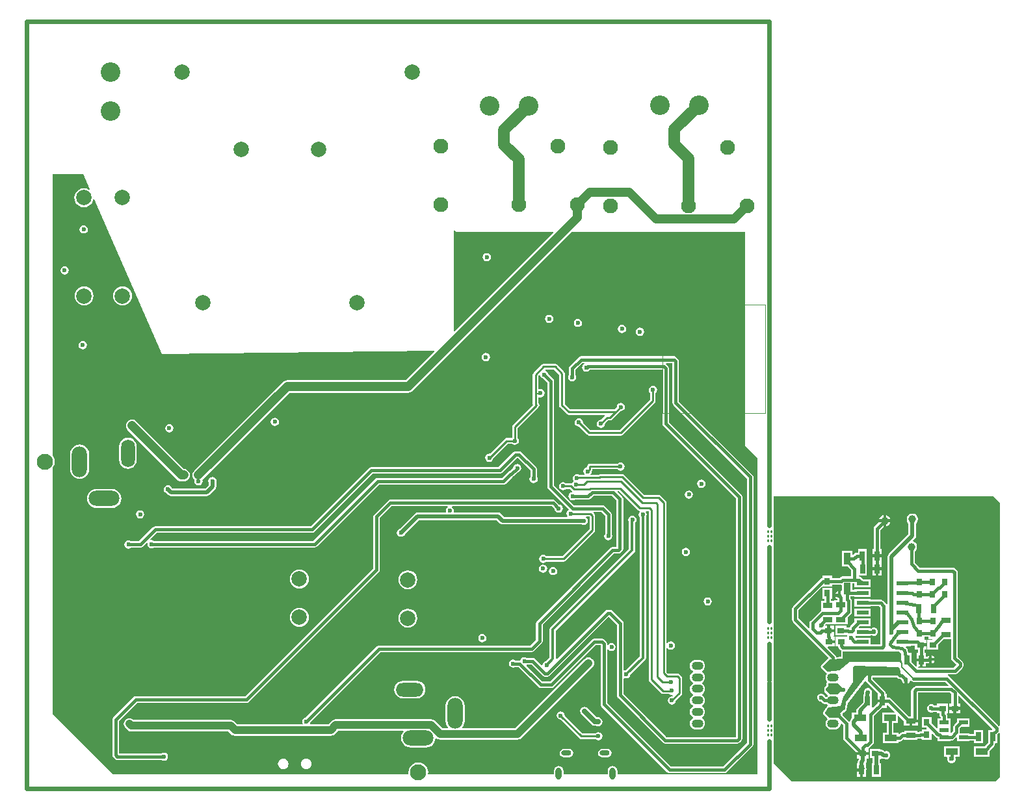
<source format=gbl>
G04*
G04 #@! TF.GenerationSoftware,Altium Limited,Altium Designer,21.6.1 (37)*
G04*
G04 Layer_Physical_Order=4*
G04 Layer_Color=16711680*
%FSLAX25Y25*%
%MOIN*%
G70*
G04*
G04 #@! TF.SameCoordinates,ED18229B-BDCB-4A3C-9D88-49826DFA0344*
G04*
G04*
G04 #@! TF.FilePolarity,Positive*
G04*
G01*
G75*
%ADD19C,0.01000*%
%ADD22C,0.02362*%
%ADD23C,0.00984*%
%ADD24C,0.00394*%
%ADD108R,0.02756X0.05118*%
%ADD112R,0.03800X0.03100*%
%ADD114R,0.05118X0.02756*%
%ADD119R,0.03100X0.03800*%
%ADD141C,0.02500*%
%ADD142C,0.01500*%
%ADD143C,0.02000*%
%ADD144C,0.00800*%
%ADD146C,0.04000*%
%ADD147C,0.01470*%
%ADD148C,0.04500*%
%ADD150C,0.01100*%
%ADD151C,0.06000*%
%ADD152C,0.03937*%
%ADD153O,0.05906X0.04331*%
%ADD154C,0.08268*%
%ADD155O,0.15748X0.07874*%
%ADD156O,0.07874X0.15748*%
%ADD157O,0.14173X0.07087*%
%ADD158C,0.07874*%
%ADD159C,0.07677*%
%ADD160C,0.10039*%
%ADD161O,0.07087X0.14173*%
%ADD162O,0.03051X0.06102*%
%ADD163O,0.05118X0.02559*%
%ADD164C,0.02362*%
%ADD198R,0.03543X0.06299*%
%ADD199R,0.06299X0.03543*%
%ADD200R,0.04764X0.02323*%
%ADD201R,0.06299X0.02402*%
G36*
X30692Y306758D02*
X30299Y306451D01*
X30160Y306557D01*
X28983Y307044D01*
X27721Y307210D01*
X26458Y307044D01*
X25281Y306557D01*
X24271Y305782D01*
X23495Y304771D01*
X23008Y303594D01*
X22842Y302332D01*
X23008Y301069D01*
X23495Y299892D01*
X24271Y298882D01*
X25281Y298107D01*
X26458Y297619D01*
X27721Y297453D01*
X28983Y297619D01*
X30160Y298107D01*
X31170Y298882D01*
X31946Y299892D01*
X32433Y301069D01*
X32478Y301408D01*
X32992Y301480D01*
X67620Y221980D01*
X207363Y223951D01*
X207557Y223491D01*
X192703Y208636D01*
X131979D01*
X131157Y208528D01*
X130390Y208210D01*
X129732Y207705D01*
X129732Y207705D01*
X84273Y162247D01*
X83768Y161589D01*
X83451Y160822D01*
X83343Y160000D01*
X83451Y159178D01*
X83768Y158411D01*
X84273Y157753D01*
X84543Y157547D01*
X84398Y156820D01*
X84560Y156008D01*
X85020Y155320D01*
X85708Y154860D01*
X86520Y154698D01*
X87332Y154860D01*
X88020Y155320D01*
X88480Y156008D01*
X88642Y156820D01*
X88497Y157547D01*
X88767Y157753D01*
X133295Y202282D01*
X194019D01*
X194019Y202282D01*
X194841Y202390D01*
X195607Y202707D01*
X196265Y203212D01*
X217142Y224089D01*
X217360Y224092D01*
Y224307D01*
X277963Y284910D01*
X366720D01*
Y226199D01*
X366720D01*
X366780Y226140D01*
Y174860D01*
X372910Y168730D01*
Y6360D01*
X301263D01*
Y8286D01*
X301074Y9232D01*
X300538Y10034D01*
X299736Y10571D01*
X298790Y10759D01*
X297843Y10571D01*
X297041Y10034D01*
X296505Y9232D01*
X296316Y8286D01*
Y6360D01*
X273704D01*
Y8286D01*
X273515Y9232D01*
X272979Y10034D01*
X272177Y10571D01*
X271231Y10759D01*
X270284Y10571D01*
X269482Y10034D01*
X268946Y9232D01*
X268757Y8286D01*
Y6360D01*
X204531D01*
X204201Y6736D01*
X204287Y7392D01*
X204114Y8706D01*
X203607Y9930D01*
X202800Y10982D01*
X201749Y11789D01*
X200524Y12296D01*
X199210Y12469D01*
X197896Y12296D01*
X196671Y11789D01*
X195620Y10982D01*
X194813Y9930D01*
X194306Y8706D01*
X194133Y7392D01*
X194219Y6736D01*
X193889Y6360D01*
X42630D01*
X11690Y37300D01*
Y163675D01*
X12209Y164351D01*
X12716Y165576D01*
X12889Y166890D01*
X12716Y168204D01*
X12209Y169429D01*
X11690Y170105D01*
Y314570D01*
X27290D01*
X30692Y306758D01*
D02*
G37*
G36*
X218620Y284910D02*
X268323D01*
X268515Y284448D01*
X217822Y233755D01*
X217360Y233946D01*
Y285517D01*
X217822Y285708D01*
X218620Y284910D01*
D02*
G37*
G36*
X416288Y103619D02*
Y100668D01*
X415788Y100334D01*
X415771Y100341D01*
Y98291D01*
X415021D01*
Y97541D01*
X412971D01*
X413172Y97056D01*
X413786Y96442D01*
X414138Y96296D01*
Y95728D01*
X412261D01*
Y95488D01*
X410822D01*
Y96510D01*
X411260D01*
Y102110D01*
X406360D01*
Y96510D01*
X407458D01*
Y95488D01*
X405681D01*
Y90932D01*
X405681Y90932D01*
X405681D01*
X405579Y90451D01*
X405323Y90280D01*
X405323Y90280D01*
X400250Y85207D01*
X399886Y84661D01*
X399758Y84017D01*
Y81538D01*
X399258Y81331D01*
X394142Y86446D01*
Y90734D01*
X405970Y102562D01*
X406360Y102810D01*
Y102810D01*
X406360Y102810D01*
X411260D01*
Y103928D01*
X415912D01*
X416288Y103619D01*
D02*
G37*
G36*
X460590Y75940D02*
X462835D01*
X463104Y75440D01*
X463044Y75350D01*
X460200D01*
Y70450D01*
X465800D01*
Y72985D01*
X468574Y75847D01*
X472398D01*
Y66190D01*
X472526Y65546D01*
X472890Y65000D01*
X475201Y62690D01*
X473553Y61042D01*
X455421D01*
X455362Y61131D01*
X455629Y61631D01*
X456390D01*
Y64440D01*
X454762D01*
Y61993D01*
X454262Y61786D01*
X451938Y64110D01*
Y68649D01*
X450358D01*
X449931Y70379D01*
X449930Y70381D01*
X449930Y70385D01*
X449929Y70389D01*
X449912Y70423D01*
X449910Y70439D01*
X449593Y71205D01*
X449191Y71729D01*
X449378Y72229D01*
X451581D01*
Y72617D01*
X453800D01*
Y70350D01*
X455458D01*
Y68749D01*
X454762D01*
Y65940D01*
X457140D01*
Y65190D01*
X457890D01*
Y61631D01*
X459518D01*
Y63508D01*
X460721D01*
X461030Y63380D01*
Y65430D01*
Y67480D01*
X460544Y67279D01*
X460138Y66872D01*
X459518D01*
Y68749D01*
X458822D01*
Y70350D01*
X459600D01*
Y72150D01*
X456700D01*
Y73650D01*
X459600D01*
Y75450D01*
X458614D01*
X458590Y75940D01*
X458590D01*
Y77058D01*
X460590D01*
Y75940D01*
D02*
G37*
G36*
X446680Y68470D02*
Y65130D01*
X447200Y64610D01*
X446740Y64150D01*
X420390D01*
X414920Y59770D01*
X409050Y59170D01*
X406430Y61790D01*
X410080Y65440D01*
X410480D01*
X416850Y65950D01*
Y69390D01*
X445760D01*
X446680Y68470D01*
D02*
G37*
G36*
X416600Y50950D02*
Y50030D01*
X414050Y47480D01*
X412180Y47380D01*
X410270D01*
X408170Y49480D01*
Y50620D01*
X409290Y51740D01*
Y53020D01*
X414530D01*
X416600Y50950D01*
D02*
G37*
G36*
X428794Y54214D02*
X429111Y53739D01*
X434788Y48062D01*
X434642Y47709D01*
X434642D01*
Y44900D01*
X437020D01*
Y43400D01*
X434642D01*
Y42970D01*
X433515Y41843D01*
X433331Y41720D01*
X432318Y40707D01*
X431818Y40914D01*
Y47609D01*
X431818D01*
X431651Y47858D01*
X431791Y48196D01*
Y49024D01*
X431474Y49789D01*
X430889Y50374D01*
X430124Y50691D01*
X429296D01*
X428531Y50374D01*
X427946Y49789D01*
X427629Y49024D01*
Y48572D01*
X427603Y48440D01*
Y47609D01*
X427262D01*
Y43431D01*
X424250Y40419D01*
X423830Y39790D01*
X423683Y39049D01*
Y38032D01*
X421570D01*
Y35428D01*
X421027Y34884D01*
X420607Y34256D01*
X420472Y33576D01*
X420305Y33492D01*
X419959Y33442D01*
X419869Y33578D01*
X416588Y36859D01*
Y37350D01*
X416568Y37450D01*
X417398Y38280D01*
X418547Y39144D01*
X418666Y39276D01*
X418784Y39407D01*
X418784Y39409D01*
X418786Y39411D01*
X418844Y39577D01*
X418903Y39745D01*
X419370Y42936D01*
X428263Y54346D01*
X428794Y54214D01*
D02*
G37*
G36*
X444780Y55962D02*
X444780Y55962D01*
X445326Y55597D01*
X445970Y55469D01*
X445970Y55469D01*
X446462D01*
X446989Y54942D01*
Y54706D01*
X447321Y53904D01*
X447934Y53291D01*
X448420Y53090D01*
Y55140D01*
X449920D01*
Y53090D01*
X450406Y53291D01*
X451019Y53904D01*
X451286Y54549D01*
X451766Y54651D01*
X451825Y54643D01*
X451980Y54410D01*
X452526Y54046D01*
X453170Y53918D01*
X469402D01*
X471155Y52164D01*
X470963Y51702D01*
X454458D01*
X453814Y51574D01*
X453268Y51210D01*
X452389Y50331D01*
X452025Y49785D01*
X451897Y49141D01*
Y36208D01*
X450590D01*
X441459Y45340D01*
X440913Y45704D01*
X440269Y45832D01*
X439398D01*
Y47709D01*
X438702D01*
Y48209D01*
X438702Y48209D01*
X438574Y48853D01*
X438210Y49399D01*
X438210Y49399D01*
X431983Y55626D01*
Y56162D01*
X444579D01*
X444780Y55962D01*
D02*
G37*
G36*
X445130Y61380D02*
X445930Y60875D01*
X446680Y57240D01*
X446840Y57080D01*
X429230D01*
X418497Y43309D01*
X417996Y39877D01*
X416795Y38975D01*
X415420Y37600D01*
X415670Y37350D01*
Y36200D01*
X415080Y35610D01*
X409790D01*
X407720Y37680D01*
Y38270D01*
X409470Y40658D01*
X415670Y41490D01*
X417180Y46110D01*
X422040Y53720D01*
Y61380D01*
X422860Y62200D01*
X445130Y61380D01*
D02*
G37*
G36*
X497380Y145790D02*
Y31323D01*
X496880Y31171D01*
X496827Y31251D01*
X471288Y56790D01*
X470742Y57154D01*
X470624Y57178D01*
X470674Y57678D01*
X474250D01*
X474894Y57806D01*
X475440Y58170D01*
X478148Y60879D01*
X478513Y61425D01*
X478641Y62069D01*
Y63311D01*
X478641Y63311D01*
X478513Y63955D01*
X478148Y64501D01*
X475762Y66887D01*
Y110031D01*
X475634Y110675D01*
X475270Y111221D01*
X474391Y112100D01*
X473845Y112464D01*
X473201Y112592D01*
X456167D01*
X453706Y115054D01*
Y120895D01*
X453785Y120940D01*
X454319Y121475D01*
X454696Y122129D01*
X454892Y122858D01*
Y123614D01*
X454696Y124343D01*
X454319Y124997D01*
X453785Y125531D01*
X453130Y125909D01*
X452917Y125966D01*
X452788Y126449D01*
X453875Y127536D01*
X454295Y128165D01*
X454443Y128906D01*
Y135221D01*
X454801Y135579D01*
X455179Y136233D01*
X455374Y136963D01*
Y137718D01*
X455179Y138447D01*
X454801Y139102D01*
X454267Y139636D01*
X453613Y140013D01*
X452883Y140209D01*
X452128D01*
X451398Y140013D01*
X450744Y139636D01*
X450210Y139102D01*
X449833Y138447D01*
X449637Y137718D01*
Y136963D01*
X449833Y136233D01*
X450210Y135579D01*
X450568Y135221D01*
Y129709D01*
X440326Y119467D01*
X439906Y118838D01*
X439759Y118097D01*
Y93853D01*
X439259Y93701D01*
X439060Y94000D01*
X439060Y94000D01*
X437440Y95620D01*
X436894Y95984D01*
X436250Y96112D01*
X430969D01*
Y96531D01*
X422870D01*
Y92329D01*
X430969D01*
Y92748D01*
X435553D01*
X436188Y92113D01*
Y73102D01*
X430969D01*
Y76531D01*
X423422D01*
X423247Y76881D01*
X423533Y77329D01*
X430969D01*
Y77748D01*
X431906D01*
X432386Y77549D01*
X433214D01*
X433979Y77866D01*
X434564Y78451D01*
X434881Y79216D01*
Y80044D01*
X434564Y80809D01*
X433979Y81394D01*
X433214Y81711D01*
X432386D01*
X431621Y81394D01*
X431469Y81242D01*
X430969Y81426D01*
Y81531D01*
X425104D01*
X424913Y81993D01*
X425249Y82329D01*
X430969D01*
Y86531D01*
X422870D01*
Y84708D01*
X420770Y82609D01*
X420406Y82063D01*
X420374Y81906D01*
X419913Y81715D01*
X419884Y81734D01*
X419240Y81862D01*
X418640D01*
Y82630D01*
X413040D01*
Y77730D01*
X418640D01*
Y77730D01*
X419013Y77804D01*
X419141Y77410D01*
X419136Y77293D01*
X418820Y76970D01*
X413220D01*
Y72070D01*
X414383D01*
X414466Y71655D01*
X414830Y71109D01*
X415709Y70230D01*
X415935Y70079D01*
X416002Y69741D01*
X415932Y69390D01*
Y66797D01*
X413516Y66604D01*
X413444Y66963D01*
X413080Y67509D01*
X409081Y71508D01*
X409272Y71970D01*
X412620D01*
Y73770D01*
X409720D01*
Y75270D01*
X412620D01*
Y77070D01*
X411964D01*
X411936Y77130D01*
X412252Y77630D01*
X412440D01*
Y79430D01*
X409540D01*
Y80180D01*
X408790D01*
Y82730D01*
X407846D01*
Y83238D01*
X408060Y83452D01*
X412599D01*
Y83592D01*
X419279D01*
Y86950D01*
X421019Y88689D01*
X421019Y88689D01*
X421383Y89235D01*
X421511Y89879D01*
X421511Y89879D01*
Y95329D01*
X421511Y95329D01*
X421383Y95973D01*
X421019Y96518D01*
X421019Y96518D01*
X420642Y96895D01*
Y97636D01*
X421632D01*
Y97748D01*
X422870D01*
Y97329D01*
X430969D01*
Y101531D01*
X422870D01*
Y101112D01*
X421632D01*
Y104603D01*
X422870D01*
Y102329D01*
X430969D01*
Y106531D01*
X427198D01*
X426254Y107475D01*
X425708Y107840D01*
X425064Y107968D01*
X425080Y108461D01*
X429188D01*
Y115379D01*
X429138D01*
Y122069D01*
X424582D01*
Y120292D01*
X423982D01*
X423982Y120292D01*
X423338Y120164D01*
X422792Y119800D01*
X422792Y119800D01*
X422132Y119139D01*
X421632Y119346D01*
Y121090D01*
X416288D01*
Y112990D01*
X419252D01*
X421027Y111216D01*
Y107968D01*
X416588D01*
X415944Y107840D01*
X415398Y107475D01*
X415216Y107292D01*
X411260D01*
Y108410D01*
X406360D01*
Y107237D01*
X405995Y107164D01*
X405449Y106800D01*
X391270Y92621D01*
X390906Y92075D01*
X390778Y91431D01*
Y85750D01*
X390906Y85106D01*
X391270Y84560D01*
X409459Y66372D01*
X409431Y66089D01*
X405781Y62439D01*
X405582Y62141D01*
X405512Y61790D01*
X405582Y61439D01*
X405781Y61141D01*
X408401Y58521D01*
X408440Y58495D01*
X408470Y58459D01*
X408592Y58071D01*
X408593Y57916D01*
X408578Y57856D01*
X408574Y57847D01*
X408425Y57652D01*
X408116Y56907D01*
X408011Y56107D01*
X408116Y55306D01*
X408425Y54561D01*
X408646Y54273D01*
X408641Y53669D01*
X408442Y53371D01*
X408372Y53020D01*
Y52120D01*
X407521Y51269D01*
X407322Y50971D01*
X407252Y50620D01*
Y49480D01*
X407322Y49129D01*
X407521Y48831D01*
X409188Y47164D01*
X409156Y46665D01*
X408916Y46482D01*
X408598Y46066D01*
X408069Y46043D01*
X407791Y46321D01*
X407514Y46989D01*
X406929Y47574D01*
X406164Y47891D01*
X405336D01*
X404571Y47574D01*
X403986Y46989D01*
X403669Y46224D01*
Y45396D01*
X403986Y44631D01*
X404571Y44046D01*
X405336Y43729D01*
X405625D01*
X406248Y43106D01*
X406793Y42741D01*
X407437Y42613D01*
X408530D01*
X408916Y42109D01*
X409060Y41999D01*
X409081Y41907D01*
X409016Y41495D01*
X408996Y41447D01*
X408980Y41430D01*
X408868Y41327D01*
X408741Y41215D01*
X408737Y41207D01*
X408730Y41201D01*
X406980Y38812D01*
X406933Y38713D01*
X406872Y38621D01*
X406858Y38552D01*
X406829Y38488D01*
X406824Y38378D01*
X406802Y38270D01*
Y37680D01*
X406872Y37329D01*
X407071Y37031D01*
X408851Y35251D01*
X408916Y34671D01*
X408425Y34030D01*
X408116Y33285D01*
X408011Y32484D01*
X408116Y31684D01*
X408425Y30939D01*
X408916Y30298D01*
X409557Y29807D01*
X410302Y29498D01*
X411103Y29393D01*
X412677D01*
X413478Y29498D01*
X414223Y29807D01*
X414864Y30298D01*
X415355Y30939D01*
X415664Y31684D01*
X415737Y32244D01*
X416263Y32425D01*
X416997Y31691D01*
Y25151D01*
X417125Y24507D01*
X417490Y23961D01*
X423621Y17830D01*
X427100D01*
X430000D01*
Y19630D01*
X430310Y20002D01*
X430568Y20174D01*
X432300Y21906D01*
X432664Y22451D01*
X432792Y23095D01*
X432792Y23095D01*
Y36423D01*
X435587Y39217D01*
X435771Y39341D01*
X437021Y40591D01*
X439398D01*
Y41934D01*
X439898Y42142D01*
X443546Y38493D01*
X443355Y38032D01*
X436925D01*
Y32688D01*
X439292D01*
Y27641D01*
X437318D01*
Y22298D01*
X445417D01*
Y23288D01*
X446017D01*
X446661Y23416D01*
X447206Y23780D01*
X447811Y24385D01*
X448311Y24178D01*
Y24072D01*
X455229D01*
Y24667D01*
X456320D01*
X456890Y24781D01*
X457353Y24587D01*
X457390Y24567D01*
Y24020D01*
X462290D01*
Y27288D01*
X462752Y27479D01*
X463333Y26898D01*
X463344Y26844D01*
X463708Y26299D01*
X464558Y25449D01*
X464558Y25449D01*
X465104Y25084D01*
X465448Y25016D01*
Y23449D01*
X472012D01*
Y23828D01*
X472612D01*
X473256Y23956D01*
X473802Y24320D01*
X474868Y25387D01*
X475330Y25196D01*
Y23449D01*
X481894D01*
Y23828D01*
X484062D01*
Y22361D01*
X488618D01*
Y29279D01*
X484062D01*
Y27192D01*
X481894D01*
Y27571D01*
X477147D01*
X476830Y27958D01*
X476852Y28067D01*
X476852Y28067D01*
Y30071D01*
X477709Y30929D01*
X481894D01*
Y35052D01*
X475330D01*
Y33308D01*
X473980Y31958D01*
X473615Y31412D01*
X473487Y30768D01*
Y28764D01*
X472512Y27789D01*
X472012Y27996D01*
Y30929D01*
Y35052D01*
X470412D01*
Y36420D01*
X470412Y36420D01*
X470284Y37064D01*
X470126Y37300D01*
X470394Y37800D01*
X470750D01*
Y42700D01*
X465150D01*
Y41932D01*
X463531D01*
X463379Y42084D01*
X462614Y42401D01*
X461786D01*
X461021Y42084D01*
X460436Y41499D01*
X460119Y40734D01*
Y39906D01*
X460436Y39141D01*
X461021Y38556D01*
X461786Y38239D01*
X462614D01*
X463379Y38556D01*
X463391Y38568D01*
X465150D01*
Y37800D01*
X466268D01*
Y37200D01*
X466396Y36556D01*
X466760Y36010D01*
X467048Y35723D01*
Y35052D01*
X465448D01*
Y30194D01*
X464986Y30003D01*
X462290Y32699D01*
Y35920D01*
X457390D01*
Y30320D01*
X459734D01*
X459887Y30120D01*
X459640Y29620D01*
X457390D01*
Y28502D01*
X456790D01*
X456790Y28502D01*
X456146Y28374D01*
X455729Y28095D01*
X455229Y28258D01*
Y28628D01*
X448311D01*
Y28032D01*
X447397D01*
X447397Y28032D01*
X446753Y27904D01*
X446207Y27539D01*
X445879Y27211D01*
X445417Y27402D01*
Y27641D01*
X442657D01*
Y32688D01*
X445024D01*
Y36362D01*
X445486Y36554D01*
X448211Y33829D01*
Y31452D01*
X451020D01*
Y33830D01*
X451770D01*
Y34580D01*
X455329D01*
Y36208D01*
X455261D01*
Y48338D01*
X471870D01*
X472568Y47640D01*
Y42800D01*
X471350D01*
Y41000D01*
X474250D01*
X477150D01*
Y42800D01*
X475932D01*
Y46733D01*
X476394Y46925D01*
X493540Y29779D01*
X493333Y29279D01*
X491542D01*
Y25355D01*
X491510Y25192D01*
Y22747D01*
X489655Y20892D01*
X483935D01*
Y15548D01*
X492034D01*
Y18512D01*
X494382Y20860D01*
X494746Y21406D01*
X494874Y22050D01*
X495222Y22361D01*
X496098D01*
Y26900D01*
X496827Y27629D01*
X496827Y27629D01*
X496880Y27708D01*
X497380Y27557D01*
Y4860D01*
X495180Y2660D01*
X390590D01*
X381320Y11930D01*
Y148960D01*
Y149200D01*
X493970D01*
X497380Y145790D01*
D02*
G37*
%LPC*%
G36*
X27630Y288212D02*
X26818Y288050D01*
X26130Y287590D01*
X25670Y286902D01*
X25508Y286090D01*
X25670Y285278D01*
X26130Y284590D01*
X26818Y284130D01*
X27630Y283968D01*
X28442Y284130D01*
X29130Y284590D01*
X29590Y285278D01*
X29752Y286090D01*
X29590Y286902D01*
X29130Y287590D01*
X28442Y288050D01*
X27630Y288212D01*
D02*
G37*
G36*
X17890Y267202D02*
X17078Y267040D01*
X16390Y266580D01*
X15930Y265892D01*
X15768Y265080D01*
X15930Y264268D01*
X16390Y263580D01*
X17078Y263120D01*
X17890Y262958D01*
X18702Y263120D01*
X19390Y263580D01*
X19850Y264268D01*
X20012Y265080D01*
X19850Y265892D01*
X19390Y266580D01*
X18702Y267040D01*
X17890Y267202D01*
D02*
G37*
G36*
X47543Y256800D02*
X46280Y256634D01*
X45104Y256147D01*
X44093Y255371D01*
X43318Y254361D01*
X42831Y253184D01*
X42664Y251922D01*
X42831Y250659D01*
X43318Y249482D01*
X44093Y248472D01*
X45104Y247696D01*
X46280Y247209D01*
X47543Y247043D01*
X48806Y247209D01*
X49982Y247696D01*
X50993Y248472D01*
X51768Y249482D01*
X52256Y250659D01*
X52422Y251922D01*
X52256Y253184D01*
X51768Y254361D01*
X50993Y255371D01*
X49982Y256147D01*
X48806Y256634D01*
X47543Y256800D01*
D02*
G37*
G36*
X27858D02*
X26595Y256634D01*
X25419Y256147D01*
X24408Y255371D01*
X23633Y254361D01*
X23145Y253184D01*
X22979Y251922D01*
X23145Y250659D01*
X23633Y249482D01*
X24408Y248472D01*
X25419Y247696D01*
X26595Y247209D01*
X27858Y247043D01*
X29121Y247209D01*
X30297Y247696D01*
X31308Y248472D01*
X32083Y249482D01*
X32570Y250659D01*
X32737Y251922D01*
X32570Y253184D01*
X32083Y254361D01*
X31308Y255371D01*
X30297Y256147D01*
X29121Y256634D01*
X27858Y256800D01*
D02*
G37*
G36*
X266320Y242252D02*
X265508Y242090D01*
X264820Y241630D01*
X264360Y240942D01*
X264198Y240130D01*
X264360Y239318D01*
X264820Y238630D01*
X265508Y238170D01*
X266320Y238008D01*
X267132Y238170D01*
X267820Y238630D01*
X268280Y239318D01*
X268442Y240130D01*
X268280Y240942D01*
X267820Y241630D01*
X267132Y242090D01*
X266320Y242252D01*
D02*
G37*
G36*
X281050Y240222D02*
X280238Y240060D01*
X279550Y239600D01*
X279090Y238912D01*
X278928Y238100D01*
X279090Y237288D01*
X279550Y236600D01*
X280238Y236140D01*
X281050Y235978D01*
X281862Y236140D01*
X282550Y236600D01*
X283010Y237288D01*
X283172Y238100D01*
X283010Y238912D01*
X282550Y239600D01*
X281862Y240060D01*
X281050Y240222D01*
D02*
G37*
G36*
X303650Y237172D02*
X302838Y237010D01*
X302150Y236550D01*
X301690Y235862D01*
X301528Y235050D01*
X301690Y234238D01*
X302150Y233550D01*
X302838Y233090D01*
X303650Y232928D01*
X304462Y233090D01*
X305150Y233550D01*
X305610Y234238D01*
X305772Y235050D01*
X305610Y235862D01*
X305150Y236550D01*
X304462Y237010D01*
X303650Y237172D01*
D02*
G37*
G36*
X312790Y235652D02*
X311978Y235490D01*
X311290Y235030D01*
X310830Y234342D01*
X310668Y233530D01*
X310830Y232718D01*
X311290Y232030D01*
X311978Y231570D01*
X312790Y231408D01*
X313602Y231570D01*
X314290Y232030D01*
X314750Y232718D01*
X314912Y233530D01*
X314750Y234342D01*
X314290Y235030D01*
X313602Y235490D01*
X312790Y235652D01*
D02*
G37*
G36*
X27120Y228792D02*
X26308Y228630D01*
X25620Y228170D01*
X25160Y227482D01*
X24998Y226670D01*
X25160Y225858D01*
X25620Y225170D01*
X26308Y224710D01*
X27120Y224548D01*
X27932Y224710D01*
X28620Y225170D01*
X29080Y225858D01*
X29242Y226670D01*
X29080Y227482D01*
X28620Y228170D01*
X27932Y228630D01*
X27120Y228792D01*
D02*
G37*
G36*
X233820Y222702D02*
X233008Y222540D01*
X232320Y222080D01*
X231860Y221392D01*
X231698Y220580D01*
X231860Y219768D01*
X232320Y219080D01*
X233008Y218620D01*
X233820Y218458D01*
X234632Y218620D01*
X235320Y219080D01*
X235780Y219768D01*
X235942Y220580D01*
X235780Y221392D01*
X235320Y222080D01*
X234632Y222540D01*
X233820Y222702D01*
D02*
G37*
G36*
X269370Y217067D02*
X269370Y217067D01*
X263390D01*
X263390Y217067D01*
X262844Y216959D01*
X262381Y216649D01*
X262381Y216649D01*
X258271Y212539D01*
X257961Y212076D01*
X257853Y211530D01*
X257853Y211530D01*
Y201000D01*
Y196510D01*
X257853Y196510D01*
X257937Y196086D01*
X247684Y185833D01*
X247375Y185370D01*
X247266Y184824D01*
X247266Y184824D01*
Y179146D01*
X247193Y179097D01*
X247145Y179024D01*
X244336D01*
X244336Y179024D01*
X243790Y178915D01*
X243327Y178606D01*
X235676Y170955D01*
X235590Y170972D01*
X234778Y170810D01*
X234090Y170350D01*
X233630Y169662D01*
X233468Y168850D01*
X233630Y168038D01*
X234090Y167350D01*
X234778Y166890D01*
X235590Y166728D01*
X236402Y166890D01*
X237090Y167350D01*
X237550Y168038D01*
X237712Y168850D01*
X237695Y168936D01*
X244928Y176169D01*
X247145D01*
X247193Y176096D01*
X247882Y175636D01*
X248694Y175474D01*
X249506Y175636D01*
X250194Y176096D01*
X250654Y176784D01*
X250816Y177596D01*
X250654Y178408D01*
X250194Y179097D01*
X250121Y179146D01*
Y184232D01*
X260839Y194951D01*
X260839Y194951D01*
X261149Y195414D01*
X261257Y195960D01*
X261149Y196506D01*
X260839Y196969D01*
X260707Y197101D01*
Y199663D01*
X261207Y199995D01*
X261784Y199881D01*
X262596Y200042D01*
X263284Y200502D01*
X263744Y201191D01*
X263906Y202003D01*
X263744Y202815D01*
X263284Y203503D01*
X262596Y203963D01*
X261784Y204124D01*
X261207Y204010D01*
X260707Y204342D01*
Y210939D01*
X261143Y211374D01*
X261686Y211210D01*
X261770Y210788D01*
X262230Y210100D01*
X262918Y209640D01*
X263409Y209542D01*
X265378Y207573D01*
Y154240D01*
X265506Y153596D01*
X265870Y153050D01*
X276317Y142603D01*
X276230Y141984D01*
X275820Y141710D01*
X275360Y141022D01*
X275198Y140210D01*
X275360Y139398D01*
X275614Y139017D01*
X275347Y138517D01*
X243273D01*
X241571Y140220D01*
X240942Y140640D01*
X240201Y140787D01*
X217812D01*
X217422Y141287D01*
X217512Y141740D01*
X217350Y142552D01*
X216890Y143240D01*
X216505Y143498D01*
X216657Y143998D01*
X267603D01*
X269062Y142539D01*
X269160Y142048D01*
X269620Y141360D01*
X270308Y140900D01*
X271120Y140738D01*
X271932Y140900D01*
X272620Y141360D01*
X273080Y142048D01*
X273242Y142860D01*
X273080Y143672D01*
X272620Y144360D01*
X271932Y144820D01*
X271441Y144918D01*
X269490Y146870D01*
X268944Y147234D01*
X268300Y147362D01*
X184790D01*
X184146Y147234D01*
X183600Y146870D01*
X176620Y139890D01*
X176256Y139344D01*
X176128Y138700D01*
Y112207D01*
X110423Y46502D01*
X54330D01*
X54330Y46502D01*
X53686Y46374D01*
X53140Y46010D01*
X42750Y35620D01*
X42386Y35074D01*
X42258Y34430D01*
Y16364D01*
X42386Y15720D01*
X42750Y15174D01*
X43629Y14295D01*
X44175Y13931D01*
X44819Y13803D01*
X67542D01*
X67958Y13525D01*
X68770Y13363D01*
X69582Y13525D01*
X70270Y13985D01*
X70730Y14673D01*
X70892Y15485D01*
X70730Y16297D01*
X70270Y16985D01*
X69582Y17445D01*
X68770Y17607D01*
X67958Y17445D01*
X67542Y17167D01*
X45622D01*
Y33733D01*
X55027Y43138D01*
X111120D01*
X111764Y43266D01*
X112310Y43630D01*
X179000Y110320D01*
X179364Y110866D01*
X179492Y111510D01*
Y138003D01*
X185487Y143998D01*
X214123D01*
X214275Y143498D01*
X213890Y143240D01*
X213430Y142552D01*
X213268Y141740D01*
X213358Y141287D01*
X212968Y140787D01*
X198780D01*
X198039Y140640D01*
X197410Y140220D01*
X189589Y132398D01*
X189548Y132390D01*
X188860Y131930D01*
X188400Y131242D01*
X188238Y130430D01*
X188400Y129618D01*
X188860Y128930D01*
X189548Y128470D01*
X190360Y128308D01*
X191172Y128470D01*
X191860Y128930D01*
X192320Y129618D01*
X192329Y129659D01*
X199582Y136913D01*
X239399D01*
X241101Y135210D01*
X241730Y134790D01*
X242471Y134643D01*
X283143D01*
X283178Y134620D01*
X283990Y134458D01*
X284802Y134620D01*
X285490Y135080D01*
X285950Y135768D01*
X286112Y136580D01*
X285950Y137392D01*
X285490Y138080D01*
X285188Y138283D01*
X285339Y138783D01*
X286909D01*
X287003Y138689D01*
Y132221D01*
X273229Y118447D01*
X264839D01*
X264790Y118520D01*
X264102Y118980D01*
X263290Y119142D01*
X262478Y118980D01*
X261790Y118520D01*
X261330Y117832D01*
X261168Y117020D01*
X261330Y116208D01*
X261790Y115520D01*
X262478Y115060D01*
X263290Y114898D01*
X264102Y115060D01*
X264790Y115520D01*
X264839Y115593D01*
X273820D01*
X273820Y115593D01*
X274366Y115701D01*
X274829Y116011D01*
X289439Y130621D01*
X289749Y131084D01*
X289857Y131630D01*
X289857Y131630D01*
Y139280D01*
X289857Y139280D01*
X289749Y139826D01*
X289439Y140289D01*
X289439Y140289D01*
X289003Y140726D01*
X289194Y141188D01*
X292985D01*
X294908Y139265D01*
Y129918D01*
X294630Y129502D01*
X294468Y128690D01*
X294630Y127878D01*
X295090Y127190D01*
X295778Y126730D01*
X296590Y126568D01*
X297402Y126730D01*
X298090Y127190D01*
X298550Y127878D01*
X298712Y128690D01*
X298550Y129502D01*
X298272Y129918D01*
Y139961D01*
X298144Y140605D01*
X297780Y141151D01*
X297780Y141151D01*
X294871Y144060D01*
X294325Y144424D01*
X293681Y144552D01*
X279127D01*
X268742Y154937D01*
Y208270D01*
X268614Y208914D01*
X268250Y209460D01*
X265788Y211921D01*
X265690Y212412D01*
X265230Y213100D01*
X264587Y213530D01*
X264532Y213597D01*
X264387Y214101D01*
X264470Y214213D01*
X268779D01*
X271438Y211554D01*
Y195805D01*
X271438Y195805D01*
X271546Y195259D01*
X271856Y194796D01*
X275351Y191301D01*
X275351Y191301D01*
X275814Y190991D01*
X276360Y190883D01*
X276360Y190883D01*
X294659D01*
X294793Y190653D01*
X294844Y190383D01*
X292876Y188415D01*
X292790Y188432D01*
X291978Y188270D01*
X291290Y187810D01*
X290830Y187122D01*
X290668Y186310D01*
X290830Y185498D01*
X291290Y184810D01*
X291978Y184350D01*
X292790Y184188D01*
X293602Y184350D01*
X294290Y184810D01*
X294750Y185498D01*
X294912Y186310D01*
X294895Y186396D01*
X296512Y188013D01*
X297550D01*
X297550Y188013D01*
X298097Y188122D01*
X298560Y188431D01*
X301429Y191301D01*
X301429Y191301D01*
X302954Y192825D01*
X303040Y192808D01*
X303852Y192970D01*
X304540Y193430D01*
X305000Y194118D01*
X305162Y194930D01*
X305000Y195742D01*
X304540Y196430D01*
X303852Y196890D01*
X303040Y197052D01*
X302228Y196890D01*
X301540Y196430D01*
X301080Y195742D01*
X300918Y194930D01*
X300935Y194844D01*
X299829Y193737D01*
X276951D01*
X274292Y196396D01*
Y212145D01*
X274292Y212145D01*
X274184Y212691D01*
X273874Y213154D01*
X273874Y213154D01*
X270379Y216649D01*
X269916Y216959D01*
X269370Y217067D01*
D02*
G37*
G36*
X125650Y189432D02*
X124838Y189270D01*
X124150Y188810D01*
X123690Y188122D01*
X123528Y187310D01*
X123690Y186498D01*
X124150Y185810D01*
X124838Y185350D01*
X125650Y185188D01*
X126462Y185350D01*
X127150Y185810D01*
X127610Y186498D01*
X127772Y187310D01*
X127610Y188122D01*
X127150Y188810D01*
X126462Y189270D01*
X125650Y189432D01*
D02*
G37*
G36*
X319450Y205882D02*
X318638Y205720D01*
X317950Y205260D01*
X317490Y204572D01*
X317328Y203760D01*
X317490Y202948D01*
X317950Y202260D01*
X318023Y202211D01*
Y198621D01*
X302469Y183067D01*
X287441D01*
X283565Y186944D01*
X283582Y187030D01*
X283420Y187842D01*
X282960Y188530D01*
X282272Y188990D01*
X281460Y189152D01*
X280648Y188990D01*
X279960Y188530D01*
X279500Y187842D01*
X279338Y187030D01*
X279500Y186218D01*
X279960Y185530D01*
X280648Y185070D01*
X281460Y184908D01*
X281546Y184925D01*
X285841Y180631D01*
X285841Y180631D01*
X286304Y180321D01*
X286850Y180213D01*
X286850Y180213D01*
X303060D01*
X303060Y180213D01*
X303606Y180321D01*
X304069Y180631D01*
X320459Y197021D01*
X320769Y197484D01*
X320877Y198030D01*
X320877Y198030D01*
Y202211D01*
X320950Y202260D01*
X321410Y202948D01*
X321572Y203760D01*
X321410Y204572D01*
X320950Y205260D01*
X320262Y205720D01*
X319450Y205882D01*
D02*
G37*
G36*
X71560Y186132D02*
X70748Y185970D01*
X70060Y185510D01*
X69600Y184822D01*
X69438Y184010D01*
X69600Y183198D01*
X70060Y182510D01*
X70748Y182050D01*
X71560Y181888D01*
X72372Y182050D01*
X73060Y182510D01*
X73520Y183198D01*
X73682Y184010D01*
X73520Y184822D01*
X73060Y185510D01*
X72372Y185970D01*
X71560Y186132D01*
D02*
G37*
G36*
X50331Y179246D02*
X49171Y179093D01*
X48090Y178645D01*
X47162Y177933D01*
X46450Y177005D01*
X46002Y175924D01*
X45850Y174764D01*
Y167677D01*
X46002Y166517D01*
X46450Y165437D01*
X47162Y164508D01*
X48090Y163796D01*
X49171Y163348D01*
X50331Y163196D01*
X51491Y163348D01*
X52572Y163796D01*
X53500Y164508D01*
X54212Y165437D01*
X54660Y166517D01*
X54813Y167677D01*
Y174764D01*
X54660Y175924D01*
X54212Y177005D01*
X53500Y177933D01*
X52572Y178645D01*
X51491Y179093D01*
X50331Y179246D01*
D02*
G37*
G36*
X330341Y220972D02*
X282610D01*
X281966Y220844D01*
X281420Y220480D01*
X276880Y215940D01*
X276516Y215394D01*
X276388Y214750D01*
Y211408D01*
X276110Y210992D01*
X275948Y210180D01*
X276110Y209368D01*
X276570Y208680D01*
X277258Y208220D01*
X278070Y208058D01*
X278882Y208220D01*
X279570Y208680D01*
X280030Y209368D01*
X280192Y210180D01*
X280030Y210992D01*
X279752Y211408D01*
Y214053D01*
X283307Y217608D01*
X284516D01*
X284565Y217108D01*
X284528Y217100D01*
X283840Y216640D01*
X283380Y215952D01*
X283218Y215140D01*
X283380Y214328D01*
X283840Y213640D01*
X284528Y213180D01*
X285340Y213018D01*
X286152Y213180D01*
X286840Y213640D01*
X287140Y214088D01*
X324328D01*
Y186520D01*
X324456Y185876D01*
X324820Y185330D01*
X361988Y148163D01*
Y25562D01*
X326567D01*
X304422Y47707D01*
Y55611D01*
X304863Y55846D01*
X304948Y55790D01*
X305760Y55628D01*
X306572Y55790D01*
X307260Y56250D01*
X307720Y56938D01*
X307823Y57456D01*
X315429Y65061D01*
X315790Y65602D01*
X315917Y66240D01*
Y138479D01*
X316210Y138918D01*
X316372Y139730D01*
X316210Y140542D01*
X315822Y141123D01*
X315995Y141623D01*
X317299D01*
X317343Y141579D01*
Y55130D01*
X317343Y55130D01*
X317451Y54584D01*
X317761Y54121D01*
X323661Y48221D01*
X324124Y47911D01*
X324670Y47803D01*
X324670Y47803D01*
X327510D01*
X328188Y47350D01*
X329000Y47188D01*
X329440Y47276D01*
X329686Y46815D01*
X329286Y46415D01*
X329200Y46432D01*
X328388Y46270D01*
X327700Y45810D01*
X327240Y45122D01*
X327078Y44310D01*
X327240Y43498D01*
X327700Y42810D01*
X328388Y42350D01*
X329200Y42188D01*
X330012Y42350D01*
X330700Y42810D01*
X331160Y43498D01*
X331322Y44310D01*
X331305Y44396D01*
X334069Y47161D01*
X334069Y47161D01*
X334379Y47624D01*
X334487Y48170D01*
Y55700D01*
X334487Y55700D01*
X334379Y56246D01*
X334069Y56709D01*
X334069Y56709D01*
X333089Y57689D01*
X332626Y57999D01*
X332080Y58107D01*
X332080Y58107D01*
X327191D01*
X326357Y58941D01*
Y71310D01*
X326857Y71462D01*
X327160Y71010D01*
X327848Y70550D01*
X328660Y70388D01*
X329472Y70550D01*
X330160Y71010D01*
X330620Y71698D01*
X330782Y72510D01*
X330620Y73322D01*
X330160Y74010D01*
X329472Y74470D01*
X328660Y74632D01*
X327848Y74470D01*
X327160Y74010D01*
X326857Y73558D01*
X326357Y73710D01*
Y145750D01*
X326357Y145750D01*
X326249Y146296D01*
X325939Y146759D01*
X325939Y146759D01*
X323369Y149329D01*
X322906Y149639D01*
X322360Y149747D01*
X322360Y149747D01*
X315061D01*
X304783Y160026D01*
X304320Y160336D01*
X303773Y160444D01*
X303773Y160444D01*
X292564D01*
X292564Y160444D01*
X292018Y160336D01*
X291617Y160067D01*
X287740D01*
X287559Y160567D01*
X287940Y161138D01*
X288102Y161950D01*
X288079Y162065D01*
X288319Y162424D01*
X288427Y162970D01*
X288901Y162983D01*
X301291D01*
X301340Y162910D01*
X302028Y162450D01*
X302840Y162288D01*
X303652Y162450D01*
X304340Y162910D01*
X304800Y163598D01*
X304962Y164410D01*
X304800Y165222D01*
X304340Y165910D01*
X303652Y166370D01*
X302840Y166532D01*
X302028Y166370D01*
X301340Y165910D01*
X301291Y165837D01*
X287200D01*
X286654Y165729D01*
X286191Y165419D01*
X286191Y165419D01*
X285991Y165219D01*
X285681Y164756D01*
X285573Y164210D01*
X285211Y163919D01*
X285168Y163910D01*
X284480Y163450D01*
X284020Y162762D01*
X283858Y161950D01*
X284020Y161138D01*
X284401Y160567D01*
X284220Y160067D01*
X281751D01*
X281234Y160413D01*
X280422Y160574D01*
X279610Y160413D01*
X278922Y159953D01*
X278462Y159265D01*
X278300Y158453D01*
X278462Y157641D01*
X278690Y157299D01*
X278581Y156624D01*
X278560Y156610D01*
X278100Y155922D01*
X277552Y155734D01*
X277483Y155747D01*
X277483Y155747D01*
X274959D01*
X274910Y155820D01*
X274222Y156280D01*
X273410Y156442D01*
X272598Y156280D01*
X271910Y155820D01*
X271450Y155132D01*
X271288Y154320D01*
X271450Y153508D01*
X271910Y152820D01*
X272598Y152360D01*
X273410Y152198D01*
X274222Y152360D01*
X274910Y152820D01*
X274959Y152893D01*
X276891D01*
X278064Y151720D01*
X278064Y151720D01*
X278072Y151714D01*
X277966Y151184D01*
X277548Y151100D01*
X276860Y150640D01*
X276400Y149952D01*
X276238Y149140D01*
X276400Y148328D01*
X276860Y147640D01*
X277548Y147180D01*
X278360Y147018D01*
X279172Y147180D01*
X279588Y147458D01*
X286124D01*
X286768Y147586D01*
X287314Y147950D01*
X288939Y149576D01*
X298296D01*
X300888Y146985D01*
Y122992D01*
X298680D01*
X298680Y122992D01*
X298036Y122864D01*
X297490Y122500D01*
X297490Y122500D01*
X260050Y85060D01*
X259686Y84514D01*
X259558Y83870D01*
Y75487D01*
X256653Y72582D01*
X179140D01*
X178496Y72454D01*
X177950Y72090D01*
X141539Y35678D01*
X141048Y35580D01*
X140360Y35120D01*
X139900Y34432D01*
X139738Y33620D01*
X139900Y32808D01*
X140075Y32545D01*
X139808Y32045D01*
X106482D01*
X105038Y33488D01*
X104432Y33953D01*
X103727Y34245D01*
X102970Y34345D01*
X53212D01*
X53188Y34368D01*
X52583Y34833D01*
X51877Y35125D01*
X51120Y35225D01*
X50363Y35125D01*
X49657Y34833D01*
X49052Y34368D01*
X48587Y33762D01*
X48295Y33057D01*
X48195Y32300D01*
X48295Y31543D01*
X48587Y30838D01*
X49052Y30232D01*
X49932Y29352D01*
X50538Y28887D01*
X51243Y28595D01*
X52000Y28495D01*
X101758D01*
X103202Y27052D01*
X103807Y26587D01*
X104513Y26295D01*
X105270Y26195D01*
X154271D01*
X155027Y26295D01*
X155733Y26587D01*
X156339Y27052D01*
X158107Y28820D01*
X191394D01*
X191641Y28320D01*
X191048Y27547D01*
X190560Y26371D01*
X190394Y25108D01*
X190560Y23845D01*
X191048Y22669D01*
X191823Y21658D01*
X192834Y20883D01*
X194010Y20396D01*
X195273Y20229D01*
X203147D01*
X204410Y20396D01*
X205586Y20883D01*
X206597Y21658D01*
X207372Y22669D01*
X207859Y23845D01*
X207987Y24811D01*
X208239Y24952D01*
X208517Y25006D01*
X209046Y24599D01*
X209752Y24307D01*
X210509Y24207D01*
X250029D01*
X250786Y24307D01*
X251491Y24599D01*
X252097Y25064D01*
X288496Y61464D01*
X288961Y62069D01*
X289253Y62775D01*
X289353Y63532D01*
X289253Y64289D01*
X288961Y64994D01*
X288496Y65600D01*
X287891Y66065D01*
X287185Y66357D01*
X286428Y66457D01*
X285671Y66357D01*
X284966Y66065D01*
X284360Y65600D01*
X248817Y30057D01*
X221987D01*
X221740Y30558D01*
X222333Y31330D01*
X222820Y32507D01*
X222986Y33770D01*
Y41644D01*
X222820Y42906D01*
X222333Y44083D01*
X221557Y45093D01*
X220547Y45869D01*
X219370Y46356D01*
X218108Y46522D01*
X216845Y46356D01*
X215668Y45869D01*
X214658Y45093D01*
X213882Y44083D01*
X213395Y42906D01*
X213229Y41644D01*
Y33770D01*
X213395Y32507D01*
X213882Y31330D01*
X214475Y30558D01*
X214229Y30057D01*
X211720D01*
X207964Y33813D01*
X207359Y34278D01*
X206653Y34571D01*
X205896Y34670D01*
X156896D01*
X156139Y34571D01*
X155433Y34278D01*
X154827Y33813D01*
X153059Y32045D01*
X143912D01*
X143645Y32545D01*
X143820Y32808D01*
X143918Y33299D01*
X179837Y69218D01*
X257350D01*
X257994Y69346D01*
X258540Y69710D01*
X262166Y73337D01*
X262291Y73420D01*
X262430Y73559D01*
X262430Y73559D01*
X262794Y74105D01*
X262922Y74749D01*
Y83173D01*
X299377Y119628D01*
X301691D01*
X302335Y119756D01*
X302881Y120120D01*
X303760Y120999D01*
X304124Y121545D01*
X304252Y122189D01*
Y147681D01*
X304124Y148325D01*
X303760Y148871D01*
X301312Y151319D01*
X301503Y151781D01*
X301991D01*
X311731Y142041D01*
X311731Y142041D01*
X312194Y141731D01*
X312506Y141669D01*
X312599Y141502D01*
X312690Y141142D01*
X312290Y140542D01*
X312128Y139730D01*
X312290Y138918D01*
X312583Y138479D01*
Y66930D01*
X305466Y59813D01*
X304948Y59710D01*
X304863Y59654D01*
X304422Y59890D01*
Y83880D01*
X304422Y83880D01*
X304294Y84524D01*
X303930Y85070D01*
X303930Y85070D01*
X298671Y90328D01*
X298125Y90693D01*
X297481Y90821D01*
X296239D01*
X295595Y90693D01*
X295049Y90328D01*
X295049Y90328D01*
X270370Y65649D01*
X269887Y65873D01*
Y80129D01*
X310029Y120271D01*
X310390Y120812D01*
X310517Y121450D01*
Y135644D01*
X310920Y136248D01*
X311082Y137060D01*
X310920Y137872D01*
X310460Y138560D01*
X309772Y139020D01*
X308960Y139182D01*
X308148Y139020D01*
X307460Y138560D01*
X307000Y137872D01*
X306838Y137060D01*
X307000Y136248D01*
X307183Y135973D01*
Y122141D01*
X267041Y81999D01*
X266680Y81458D01*
X266553Y80820D01*
Y66380D01*
X264626Y64453D01*
X264108Y64350D01*
X263420Y63890D01*
X262960Y63202D01*
X262841Y62605D01*
X262322Y62418D01*
X259050Y65690D01*
X258504Y66054D01*
X257860Y66182D01*
X254848D01*
X254432Y66460D01*
X253620Y66622D01*
X252808Y66460D01*
X252120Y66000D01*
X251660Y65312D01*
X251571Y64869D01*
X251123Y64958D01*
X249012D01*
X248596Y65236D01*
X247784Y65398D01*
X246972Y65236D01*
X246284Y64776D01*
X245824Y64088D01*
X245662Y63276D01*
X245824Y62464D01*
X246284Y61776D01*
X246972Y61316D01*
X247784Y61154D01*
X248596Y61316D01*
X249012Y61594D01*
X250426D01*
X260719Y51300D01*
X261265Y50936D01*
X261909Y50808D01*
X267500D01*
X268144Y50936D01*
X268690Y51300D01*
X290097Y72708D01*
X292648D01*
Y42370D01*
X292776Y41726D01*
X293140Y41180D01*
X326840Y7480D01*
X326840Y7480D01*
X327386Y7116D01*
X328030Y6988D01*
X328030Y6988D01*
X356070D01*
X356714Y7116D01*
X357260Y7480D01*
X370470Y20690D01*
X370834Y21236D01*
X370962Y21880D01*
Y158990D01*
X370962Y158990D01*
X370834Y159634D01*
X370470Y160180D01*
X332902Y197747D01*
Y218411D01*
X332774Y219055D01*
X332410Y219601D01*
X331531Y220480D01*
X330985Y220844D01*
X330341Y220972D01*
D02*
G37*
G36*
X25528Y175706D02*
X24265Y175540D01*
X23089Y175052D01*
X22078Y174277D01*
X21303Y173266D01*
X20816Y172090D01*
X20649Y170827D01*
Y162953D01*
X20816Y161690D01*
X21303Y160514D01*
X22078Y159503D01*
X23089Y158728D01*
X24265Y158240D01*
X25528Y158074D01*
X26791Y158240D01*
X27968Y158728D01*
X28978Y159503D01*
X29753Y160514D01*
X30241Y161690D01*
X30407Y162953D01*
Y170827D01*
X30241Y172090D01*
X29753Y173266D01*
X28978Y174277D01*
X27968Y175052D01*
X26791Y175540D01*
X25528Y175706D01*
D02*
G37*
G36*
X52470Y188497D02*
X51648Y188389D01*
X50881Y188072D01*
X50223Y187567D01*
X49718Y186909D01*
X49401Y186142D01*
X49293Y185320D01*
X49401Y184498D01*
X49718Y183731D01*
X50223Y183073D01*
X75543Y157753D01*
X75543Y157753D01*
X76201Y157248D01*
X76968Y156931D01*
X77790Y156823D01*
X77790Y156823D01*
X78920D01*
X79742Y156931D01*
X80509Y157248D01*
X81167Y157753D01*
X81672Y158411D01*
X81989Y159178D01*
X82097Y160000D01*
X81989Y160822D01*
X81672Y161589D01*
X81167Y162247D01*
X80509Y162751D01*
X79742Y163069D01*
X79134Y163149D01*
X54717Y187567D01*
X54059Y188072D01*
X53292Y188389D01*
X52470Y188497D01*
D02*
G37*
G36*
X249190Y172292D02*
X248546Y172164D01*
X248000Y171800D01*
X240213Y164012D01*
X174980D01*
X174336Y163884D01*
X173790Y163520D01*
X144023Y133752D01*
X64280D01*
X63636Y133624D01*
X63090Y133260D01*
X55893Y126062D01*
X51898D01*
X51482Y126340D01*
X50670Y126502D01*
X49858Y126340D01*
X49170Y125880D01*
X48710Y125192D01*
X48548Y124380D01*
X48710Y123568D01*
X49170Y122880D01*
X49858Y122420D01*
X50670Y122258D01*
X51482Y122420D01*
X51898Y122698D01*
X56590D01*
X57234Y122826D01*
X57780Y123190D01*
X59932Y125343D01*
X60393Y125096D01*
X60278Y124520D01*
X60440Y123708D01*
X60900Y123020D01*
X61588Y122560D01*
X62400Y122398D01*
X63212Y122560D01*
X63628Y122838D01*
X146130D01*
X146774Y122966D01*
X147320Y123330D01*
X179107Y155118D01*
X242750D01*
X243394Y155246D01*
X243940Y155610D01*
X247273Y158944D01*
X247521Y158993D01*
X248067Y159358D01*
X250251Y161542D01*
X250742Y161640D01*
X251430Y162100D01*
X251890Y162788D01*
X252052Y163600D01*
X251890Y164412D01*
X251430Y165100D01*
X250742Y165560D01*
X249930Y165722D01*
X249118Y165560D01*
X248430Y165100D01*
X247970Y164412D01*
X247872Y163921D01*
X246102Y162151D01*
X245854Y162102D01*
X245308Y161737D01*
X242053Y158482D01*
X178410D01*
X177766Y158354D01*
X177220Y157990D01*
X177220Y157990D01*
X145433Y126202D01*
X63628D01*
X63212Y126480D01*
X62400Y126642D01*
X61823Y126527D01*
X61577Y126988D01*
X64977Y130388D01*
X144720D01*
X145364Y130516D01*
X145910Y130880D01*
X175677Y160648D01*
X240910D01*
X241554Y160776D01*
X242100Y161140D01*
X249887Y168928D01*
X250093D01*
X256608Y162413D01*
Y159208D01*
X256330Y158792D01*
X256168Y157980D01*
X256330Y157168D01*
X256790Y156480D01*
X257478Y156020D01*
X258290Y155858D01*
X259102Y156020D01*
X259790Y156480D01*
X260250Y157168D01*
X260412Y157980D01*
X260250Y158792D01*
X259972Y159208D01*
Y163110D01*
X259844Y163754D01*
X259480Y164300D01*
X251980Y171800D01*
X251434Y172164D01*
X250790Y172292D01*
X249190D01*
X249190Y172292D01*
D02*
G37*
G36*
X344280Y157692D02*
X343468Y157530D01*
X342780Y157070D01*
X342320Y156382D01*
X342158Y155570D01*
X342320Y154758D01*
X342780Y154070D01*
X343468Y153610D01*
X344280Y153448D01*
X345092Y153610D01*
X345780Y154070D01*
X346240Y154758D01*
X346402Y155570D01*
X346240Y156382D01*
X345780Y157070D01*
X345092Y157530D01*
X344280Y157692D01*
D02*
G37*
G36*
X93640Y158973D02*
X92828Y158811D01*
X92140Y158352D01*
X91680Y157663D01*
X91518Y156851D01*
X91680Y156039D01*
X91703Y156005D01*
Y154832D01*
X89948Y153077D01*
X73192D01*
X72818Y153451D01*
X72810Y153492D01*
X72350Y154180D01*
X71662Y154640D01*
X70850Y154802D01*
X70038Y154640D01*
X69350Y154180D01*
X68890Y153492D01*
X68728Y152680D01*
X68890Y151868D01*
X69350Y151180D01*
X70038Y150720D01*
X70079Y150712D01*
X71020Y149770D01*
X71649Y149350D01*
X72390Y149203D01*
X90750D01*
X91491Y149350D01*
X92120Y149770D01*
X95010Y152660D01*
X95430Y153289D01*
X95577Y154030D01*
Y156005D01*
X95600Y156039D01*
X95762Y156851D01*
X95600Y157663D01*
X95140Y158352D01*
X94452Y158811D01*
X93640Y158973D01*
D02*
G37*
G36*
X337930Y152102D02*
X337118Y151940D01*
X336430Y151480D01*
X335970Y150792D01*
X335808Y149980D01*
X335970Y149168D01*
X336430Y148480D01*
X337118Y148020D01*
X337930Y147858D01*
X338742Y148020D01*
X339430Y148480D01*
X339890Y149168D01*
X340052Y149980D01*
X339890Y150792D01*
X339430Y151480D01*
X338742Y151940D01*
X337930Y152102D01*
D02*
G37*
G36*
X42064Y152871D02*
X34190D01*
X32927Y152705D01*
X31750Y152217D01*
X30740Y151442D01*
X29964Y150432D01*
X29477Y149255D01*
X29311Y147992D01*
X29477Y146730D01*
X29964Y145553D01*
X30740Y144543D01*
X31750Y143767D01*
X32927Y143280D01*
X34190Y143114D01*
X42064D01*
X43326Y143280D01*
X44503Y143767D01*
X45513Y144543D01*
X46289Y145553D01*
X46776Y146730D01*
X46942Y147992D01*
X46776Y149255D01*
X46289Y150432D01*
X45513Y151442D01*
X44503Y152217D01*
X43326Y152705D01*
X42064Y152871D01*
D02*
G37*
G36*
X56580Y141952D02*
X55768Y141790D01*
X55080Y141330D01*
X54620Y140642D01*
X54458Y139830D01*
X54620Y139018D01*
X55080Y138330D01*
X55768Y137870D01*
X56580Y137708D01*
X57392Y137870D01*
X58080Y138330D01*
X58540Y139018D01*
X58702Y139830D01*
X58540Y140642D01*
X58080Y141330D01*
X57392Y141790D01*
X56580Y141952D01*
D02*
G37*
G36*
X336400Y122652D02*
X335588Y122490D01*
X334900Y122030D01*
X334440Y121342D01*
X334278Y120530D01*
X334440Y119718D01*
X334900Y119030D01*
X335588Y118570D01*
X336400Y118408D01*
X337212Y118570D01*
X337900Y119030D01*
X338360Y119718D01*
X338522Y120530D01*
X338360Y121342D01*
X337900Y122030D01*
X337212Y122490D01*
X336400Y122652D01*
D02*
G37*
G36*
X263180Y114122D02*
X262368Y113960D01*
X261680Y113500D01*
X261220Y112812D01*
X261058Y112000D01*
X261220Y111188D01*
X261680Y110500D01*
X262368Y110040D01*
X263180Y109878D01*
X263992Y110040D01*
X264680Y110500D01*
X265140Y111188D01*
X265302Y112000D01*
X265140Y112812D01*
X264680Y113500D01*
X263992Y113960D01*
X263180Y114122D01*
D02*
G37*
G36*
X268316Y112891D02*
X267504Y112729D01*
X266815Y112269D01*
X266355Y111581D01*
X266194Y110769D01*
X266355Y109957D01*
X266815Y109268D01*
X267504Y108809D01*
X268316Y108647D01*
X269128Y108809D01*
X269816Y109268D01*
X270276Y109957D01*
X270438Y110769D01*
X270276Y111581D01*
X269816Y112269D01*
X269128Y112729D01*
X268316Y112891D01*
D02*
G37*
G36*
X138200Y111529D02*
X136937Y111362D01*
X135760Y110875D01*
X134750Y110100D01*
X133975Y109089D01*
X133487Y107913D01*
X133321Y106650D01*
X133487Y105387D01*
X133975Y104210D01*
X134750Y103200D01*
X135760Y102425D01*
X136937Y101937D01*
X138200Y101771D01*
X139462Y101937D01*
X140639Y102425D01*
X141650Y103200D01*
X142425Y104210D01*
X142912Y105387D01*
X143078Y106650D01*
X142912Y107913D01*
X142425Y109089D01*
X141650Y110100D01*
X140639Y110875D01*
X139462Y111362D01*
X138200Y111529D01*
D02*
G37*
G36*
X193810Y111111D02*
X192547Y110945D01*
X191371Y110458D01*
X190360Y109682D01*
X189585Y108672D01*
X189097Y107495D01*
X188931Y106233D01*
X189097Y104970D01*
X189585Y103793D01*
X190360Y102783D01*
X191371Y102007D01*
X192547Y101520D01*
X193810Y101354D01*
X195073Y101520D01*
X196249Y102007D01*
X197260Y102783D01*
X198035Y103793D01*
X198522Y104970D01*
X198689Y106233D01*
X198522Y107495D01*
X198035Y108672D01*
X197260Y109682D01*
X196249Y110458D01*
X195073Y110945D01*
X193810Y111111D01*
D02*
G37*
G36*
X347580Y97262D02*
X346768Y97100D01*
X346080Y96640D01*
X345620Y95952D01*
X345458Y95140D01*
X345620Y94328D01*
X346080Y93640D01*
X346768Y93180D01*
X347580Y93018D01*
X348392Y93180D01*
X349080Y93640D01*
X349540Y94328D01*
X349702Y95140D01*
X349540Y95952D01*
X349080Y96640D01*
X348392Y97100D01*
X347580Y97262D01*
D02*
G37*
G36*
X138200Y91844D02*
X136937Y91677D01*
X135760Y91190D01*
X134750Y90415D01*
X133975Y89404D01*
X133487Y88227D01*
X133321Y86965D01*
X133487Y85702D01*
X133975Y84525D01*
X134750Y83515D01*
X135760Y82740D01*
X136937Y82252D01*
X138200Y82086D01*
X139462Y82252D01*
X140639Y82740D01*
X141650Y83515D01*
X142425Y84525D01*
X142912Y85702D01*
X143078Y86965D01*
X142912Y88227D01*
X142425Y89404D01*
X141650Y90415D01*
X140639Y91190D01*
X139462Y91677D01*
X138200Y91844D01*
D02*
G37*
G36*
X193810Y91426D02*
X192547Y91260D01*
X191371Y90773D01*
X190360Y89997D01*
X189585Y88987D01*
X189097Y87810D01*
X188931Y86547D01*
X189097Y85285D01*
X189585Y84108D01*
X190360Y83098D01*
X191371Y82322D01*
X192547Y81835D01*
X193810Y81669D01*
X195073Y81835D01*
X196249Y82322D01*
X197260Y83098D01*
X198035Y84108D01*
X198522Y85285D01*
X198689Y86547D01*
X198522Y87810D01*
X198035Y88987D01*
X197260Y89997D01*
X196249Y90773D01*
X195073Y91260D01*
X193810Y91426D01*
D02*
G37*
G36*
X232040Y78472D02*
X231228Y78310D01*
X230540Y77850D01*
X230080Y77162D01*
X229918Y76350D01*
X230080Y75538D01*
X230540Y74850D01*
X231228Y74390D01*
X232040Y74228D01*
X232852Y74390D01*
X233540Y74850D01*
X234000Y75538D01*
X234162Y76350D01*
X234000Y77162D01*
X233540Y77850D01*
X232852Y78310D01*
X232040Y78472D01*
D02*
G37*
G36*
X198423Y54393D02*
X191336D01*
X190176Y54240D01*
X189095Y53793D01*
X188167Y53080D01*
X187455Y52152D01*
X187007Y51071D01*
X186854Y49911D01*
X187007Y48751D01*
X187455Y47670D01*
X188167Y46742D01*
X189095Y46030D01*
X190176Y45582D01*
X191336Y45430D01*
X198423D01*
X199583Y45582D01*
X200663Y46030D01*
X201592Y46742D01*
X202304Y47670D01*
X202751Y48751D01*
X202904Y49911D01*
X202751Y51071D01*
X202304Y52152D01*
X201592Y53080D01*
X200663Y53793D01*
X199583Y54240D01*
X198423Y54393D01*
D02*
G37*
G36*
X284410Y41032D02*
X283571Y40865D01*
X282860Y40390D01*
X282385Y39679D01*
X282218Y38840D01*
X282385Y38001D01*
X282860Y37290D01*
X288091Y32059D01*
X288802Y31584D01*
X289641Y31417D01*
X290353D01*
X290551Y31285D01*
X291390Y31118D01*
X292229Y31285D01*
X292940Y31760D01*
X293415Y32471D01*
X293582Y33310D01*
X293415Y34149D01*
X292940Y34860D01*
X292641Y35159D01*
X291930Y35634D01*
X291091Y35801D01*
X290549D01*
X285960Y40390D01*
X285249Y40865D01*
X284410Y41032D01*
D02*
G37*
G36*
X343097Y65204D02*
X341523D01*
X340722Y65099D01*
X339977Y64790D01*
X339336Y64298D01*
X338845Y63658D01*
X338536Y62912D01*
X338431Y62112D01*
X338536Y61312D01*
X338845Y60566D01*
X339336Y59926D01*
X339977Y59434D01*
X340037Y59409D01*
Y58909D01*
X339977Y58884D01*
X339336Y58393D01*
X338845Y57752D01*
X338536Y57007D01*
X338431Y56207D01*
X338536Y55406D01*
X338845Y54661D01*
X339336Y54020D01*
X339977Y53529D01*
X340037Y53504D01*
Y53004D01*
X339977Y52979D01*
X339336Y52487D01*
X338845Y51847D01*
X338536Y51101D01*
X338431Y50301D01*
X338536Y49501D01*
X338845Y48755D01*
X339336Y48115D01*
X339977Y47624D01*
X340037Y47598D01*
Y47098D01*
X339977Y47073D01*
X339336Y46582D01*
X338845Y45941D01*
X338536Y45196D01*
X338431Y44396D01*
X338536Y43595D01*
X338845Y42850D01*
X339336Y42209D01*
X339977Y41718D01*
X340037Y41693D01*
Y41193D01*
X339977Y41168D01*
X339336Y40676D01*
X338845Y40036D01*
X338536Y39290D01*
X338431Y38490D01*
X338536Y37690D01*
X338845Y36944D01*
X339336Y36304D01*
X339977Y35812D01*
X340037Y35787D01*
Y35287D01*
X339977Y35262D01*
X339336Y34771D01*
X338845Y34130D01*
X338536Y33385D01*
X338431Y32585D01*
X338536Y31784D01*
X338845Y31039D01*
X339336Y30398D01*
X339977Y29907D01*
X340722Y29598D01*
X341523Y29493D01*
X343097D01*
X343898Y29598D01*
X344643Y29907D01*
X345284Y30398D01*
X345775Y31039D01*
X346084Y31784D01*
X346189Y32585D01*
X346084Y33385D01*
X345775Y34130D01*
X345284Y34771D01*
X344643Y35262D01*
X344583Y35287D01*
Y35787D01*
X344643Y35812D01*
X345284Y36304D01*
X345775Y36944D01*
X346084Y37690D01*
X346189Y38490D01*
X346084Y39290D01*
X345775Y40036D01*
X345284Y40676D01*
X344643Y41168D01*
X344583Y41193D01*
Y41693D01*
X344643Y41718D01*
X345284Y42209D01*
X345775Y42850D01*
X346084Y43595D01*
X346189Y44396D01*
X346084Y45196D01*
X345775Y45941D01*
X345284Y46582D01*
X344643Y47073D01*
X344583Y47098D01*
Y47598D01*
X344643Y47624D01*
X345284Y48115D01*
X345775Y48755D01*
X346084Y49501D01*
X346189Y50301D01*
X346084Y51101D01*
X345775Y51847D01*
X345284Y52487D01*
X344643Y52979D01*
X344583Y53004D01*
Y53504D01*
X344643Y53529D01*
X345284Y54020D01*
X345775Y54661D01*
X346084Y55406D01*
X346189Y56207D01*
X346084Y57007D01*
X345775Y57752D01*
X345284Y58393D01*
X344643Y58884D01*
X344583Y58909D01*
Y59409D01*
X344643Y59434D01*
X345284Y59926D01*
X345775Y60566D01*
X346084Y61312D01*
X346189Y62112D01*
X346084Y62912D01*
X345775Y63658D01*
X345284Y64298D01*
X344643Y64790D01*
X343898Y65099D01*
X343097Y65204D01*
D02*
G37*
G36*
X272220Y38722D02*
X271408Y38560D01*
X270720Y38100D01*
X270260Y37412D01*
X270098Y36600D01*
X270260Y35788D01*
X270720Y35100D01*
X271408Y34640D01*
X272220Y34478D01*
X272246Y34483D01*
X281795Y24935D01*
X282274Y24614D01*
X282840Y24502D01*
X290035D01*
X290050Y24480D01*
X290738Y24020D01*
X291550Y23858D01*
X292362Y24020D01*
X293050Y24480D01*
X293510Y25168D01*
X293672Y25980D01*
X293510Y26792D01*
X293050Y27480D01*
X292362Y27940D01*
X291550Y28102D01*
X290738Y27940D01*
X290050Y27480D01*
X290035Y27458D01*
X283452D01*
X274337Y36574D01*
X274342Y36600D01*
X274180Y37412D01*
X273720Y38100D01*
X273032Y38560D01*
X272220Y38722D01*
D02*
G37*
G36*
X296132Y19612D02*
X293573D01*
X292723Y19443D01*
X292002Y18961D01*
X291520Y18240D01*
X291351Y17390D01*
X291520Y16540D01*
X292002Y15819D01*
X292723Y15337D01*
X293573Y15168D01*
X296132D01*
X296983Y15337D01*
X297703Y15819D01*
X298185Y16540D01*
X298354Y17390D01*
X298185Y18240D01*
X297703Y18961D01*
X296983Y19443D01*
X296132Y19612D01*
D02*
G37*
G36*
X276447D02*
X273888D01*
X273038Y19443D01*
X272317Y18961D01*
X271835Y18240D01*
X271666Y17390D01*
X271835Y16540D01*
X272317Y15819D01*
X273038Y15337D01*
X273888Y15168D01*
X276447D01*
X277297Y15337D01*
X278018Y15819D01*
X278500Y16540D01*
X278669Y17390D01*
X278500Y18240D01*
X278018Y18961D01*
X277297Y19443D01*
X276447Y19612D01*
D02*
G37*
G36*
X141743Y14463D02*
X141046Y14371D01*
X140396Y14102D01*
X139838Y13673D01*
X139409Y13115D01*
X139140Y12465D01*
X139048Y11768D01*
X139140Y11071D01*
X139409Y10421D01*
X139838Y9862D01*
X140396Y9434D01*
X141046Y9165D01*
X141743Y9073D01*
X142440Y9165D01*
X143090Y9434D01*
X143649Y9862D01*
X144077Y10421D01*
X144346Y11071D01*
X144438Y11768D01*
X144346Y12465D01*
X144077Y13115D01*
X143649Y13673D01*
X143090Y14102D01*
X142440Y14371D01*
X141743Y14463D01*
D02*
G37*
G36*
X129932D02*
X129235Y14371D01*
X128585Y14102D01*
X128027Y13673D01*
X127598Y13115D01*
X127329Y12465D01*
X127237Y11768D01*
X127329Y11071D01*
X127598Y10421D01*
X128027Y9862D01*
X128585Y9434D01*
X129235Y9165D01*
X129932Y9073D01*
X130630Y9165D01*
X131279Y9434D01*
X131837Y9862D01*
X132266Y10421D01*
X132535Y11071D01*
X132627Y11768D01*
X132535Y12465D01*
X132266Y13115D01*
X131837Y13673D01*
X131279Y14102D01*
X130630Y14371D01*
X129932Y14463D01*
D02*
G37*
%LPD*%
G36*
X329538Y197050D02*
X329666Y196406D01*
X330030Y195860D01*
X367598Y158293D01*
Y22577D01*
X355373Y10352D01*
X328727D01*
X296012Y43067D01*
Y70483D01*
X296512Y70635D01*
X296770Y70250D01*
X297458Y69790D01*
X298270Y69628D01*
X299082Y69790D01*
X299770Y70250D01*
X300230Y70938D01*
X300392Y71750D01*
X300230Y72562D01*
X299770Y73250D01*
X299082Y73710D01*
X298270Y73872D01*
X297458Y73710D01*
X296770Y73250D01*
X296512Y72865D01*
X296012Y73017D01*
Y73511D01*
X295884Y74155D01*
X295520Y74701D01*
X294641Y75580D01*
X294095Y75944D01*
X293451Y76072D01*
X289400D01*
X289400Y76072D01*
X288756Y75944D01*
X288210Y75580D01*
X288210Y75580D01*
X266803Y54172D01*
X262606D01*
X254663Y62115D01*
X254740Y62745D01*
X254848Y62818D01*
X257163D01*
X262919Y57062D01*
X263465Y56697D01*
X264109Y56569D01*
X264109Y56569D01*
X265351D01*
X265995Y56697D01*
X266541Y57062D01*
X296860Y87381D01*
X301058Y83183D01*
Y47010D01*
X301186Y46366D01*
X301550Y45820D01*
X324680Y22690D01*
X325226Y22326D01*
X325870Y22198D01*
X362791D01*
X363435Y22326D01*
X363981Y22690D01*
X364860Y23569D01*
X365224Y24115D01*
X365352Y24759D01*
Y148860D01*
X365224Y149504D01*
X364860Y150050D01*
X327692Y187217D01*
Y214891D01*
X327564Y215535D01*
X327200Y216081D01*
X326321Y216960D01*
X326099Y217108D01*
X326251Y217608D01*
X329538D01*
Y197050D01*
D02*
G37*
%LPC*%
G36*
X234350Y273922D02*
X233538Y273760D01*
X232850Y273300D01*
X232390Y272612D01*
X232228Y271800D01*
X232390Y270988D01*
X232850Y270300D01*
X233538Y269840D01*
X234350Y269678D01*
X235162Y269840D01*
X235850Y270300D01*
X236310Y270988D01*
X236472Y271800D01*
X236310Y272612D01*
X235850Y273300D01*
X235162Y273760D01*
X234350Y273922D01*
D02*
G37*
G36*
X414271Y100341D02*
X413786Y100140D01*
X413172Y99527D01*
X412971Y99041D01*
X414271D01*
Y100341D01*
D02*
G37*
G36*
X462530Y67480D02*
Y66180D01*
X463830D01*
X463629Y66666D01*
X463016Y67279D01*
X462530Y67480D01*
D02*
G37*
G36*
X463830Y64680D02*
X462530D01*
Y63380D01*
X463016Y63581D01*
X463629Y64195D01*
X463830Y64680D01*
D02*
G37*
G36*
X439082Y139425D02*
Y137303D01*
X441205D01*
X441099Y137699D01*
X440708Y138376D01*
X440155Y138928D01*
X439478Y139319D01*
X439082Y139425D01*
D02*
G37*
G36*
X437582Y139425D02*
X437187Y139319D01*
X436510Y138928D01*
X435957Y138376D01*
X435566Y137699D01*
X435460Y137303D01*
X437582D01*
Y139425D01*
D02*
G37*
G36*
X441205Y135803D02*
X439082D01*
Y133681D01*
X439478Y133787D01*
X440155Y134177D01*
X440708Y134730D01*
X441099Y135407D01*
X441205Y135803D01*
D02*
G37*
G36*
X437582D02*
X435203D01*
X433150Y133750D01*
X432786Y133204D01*
X432658Y132561D01*
Y122169D01*
X431962D01*
Y119360D01*
X434340D01*
X436718D01*
Y122169D01*
X436022D01*
Y131864D01*
X437582Y133424D01*
Y135803D01*
D02*
G37*
G36*
X436718Y117860D02*
X434340D01*
X431962D01*
Y115051D01*
X432012D01*
Y112670D01*
X434390D01*
X436768D01*
Y115479D01*
X436718D01*
Y117860D01*
D02*
G37*
G36*
X436768Y111170D02*
X435140D01*
Y108361D01*
X436768D01*
Y111170D01*
D02*
G37*
G36*
X433640D02*
X432012D01*
Y108361D01*
X433640D01*
Y111170D01*
D02*
G37*
G36*
X430969Y91531D02*
X422870D01*
Y87329D01*
X430969D01*
Y91531D01*
D02*
G37*
G36*
X412440Y82730D02*
X410290D01*
Y80930D01*
X412440D01*
Y82730D01*
D02*
G37*
G36*
X477150Y39500D02*
X475000D01*
Y37700D01*
X477150D01*
Y39500D01*
D02*
G37*
G36*
X473500D02*
X471350D01*
Y37700D01*
X473500D01*
Y39500D01*
D02*
G37*
G36*
X455329Y33080D02*
X452520D01*
Y31452D01*
X455329D01*
Y33080D01*
D02*
G37*
G36*
X436200Y19530D02*
X430600D01*
Y14630D01*
X432028D01*
Y12089D01*
X431687D01*
Y5171D01*
X436243D01*
Y12089D01*
X435903D01*
Y14253D01*
X435918Y14273D01*
X436370Y14620D01*
X436688Y14601D01*
X436869Y14480D01*
X437610Y14333D01*
X438309D01*
X438656Y14189D01*
X439484D01*
X440249Y14506D01*
X440834Y15091D01*
X441151Y15856D01*
Y16684D01*
X440834Y17449D01*
X440249Y18034D01*
X439484Y18351D01*
X438656D01*
X438382Y18238D01*
X438170Y18450D01*
X437542Y18870D01*
X436800Y19017D01*
X436200D01*
Y19530D01*
D02*
G37*
G36*
X476680Y20892D02*
X468580D01*
Y15548D01*
X470233D01*
X470567Y15048D01*
X470449Y14764D01*
Y13936D01*
X470766Y13171D01*
X471351Y12586D01*
X472116Y12269D01*
X472944D01*
X473709Y12586D01*
X474294Y13171D01*
X474611Y13936D01*
Y14764D01*
X474493Y15048D01*
X474827Y15548D01*
X476680D01*
Y20892D01*
D02*
G37*
G36*
X430000Y16330D02*
X427100D01*
X424200D01*
Y14530D01*
X424978D01*
X425019Y14389D01*
X425096Y14030D01*
X424695Y13430D01*
X424548Y12689D01*
Y12189D01*
X424107D01*
Y9380D01*
X426485D01*
Y8630D01*
X427235D01*
Y5071D01*
X428863D01*
Y8308D01*
X429050Y9245D01*
X429038D01*
X428890Y9986D01*
X428863Y10027D01*
Y12189D01*
X428863Y12189D01*
X428911Y12669D01*
X429038Y13304D01*
Y14530D01*
X430000D01*
Y16330D01*
D02*
G37*
G36*
X425735Y7880D02*
X424107D01*
Y5071D01*
X425735D01*
Y7880D01*
D02*
G37*
%LPD*%
D19*
X292564Y159017D02*
X303773D01*
X292187Y158640D02*
X292564Y159017D01*
X280610Y158640D02*
X292187D01*
X280422Y158453D02*
X280610Y158640D01*
X303773Y159017D02*
X314470Y148320D01*
X284010Y155110D02*
X285840Y156940D01*
X280060Y155110D02*
X284010D01*
X302582Y153208D02*
X312740Y143050D01*
X279074Y152729D02*
X286955D01*
X273410Y154320D02*
X277483D01*
X279074Y152729D01*
X286955D02*
X287435Y153208D01*
X302582D01*
X292790Y186310D02*
X295920Y189440D01*
X297550D01*
X300420Y192310D01*
X286850Y181640D02*
X303060D01*
X319450Y198030D01*
X281460Y187030D02*
X286850Y181640D01*
X300420Y192310D02*
X303040Y194930D01*
X259280Y201000D02*
Y211530D01*
Y196510D02*
Y201000D01*
X276360Y192310D02*
X300420D01*
X272865Y195805D02*
X276360Y192310D01*
X272865Y195805D02*
Y212145D01*
X269370Y215640D02*
X272865Y212145D01*
X263390Y215640D02*
X269370D01*
X259280Y211530D02*
X263390Y215640D01*
X259280Y196510D02*
X259830Y195960D01*
X248694Y184824D02*
X259830Y195960D01*
X248694Y177596D02*
Y184824D01*
X235590Y168850D02*
X244336Y177596D01*
X248694D01*
X285980Y161950D02*
X287000Y162970D01*
Y164210D01*
X287200Y164410D01*
X302840D01*
X285840Y156940D02*
X302990D01*
X314030Y145900D01*
X277320Y140210D02*
X287500D01*
X288430Y139280D01*
Y131630D02*
Y139280D01*
X273820Y117020D02*
X288430Y131630D01*
X263290Y117020D02*
X273820D01*
X333060Y48170D02*
Y55700D01*
X329200Y44310D02*
X333060Y48170D01*
X326600Y56680D02*
X332080D01*
X333060Y55700D01*
X324930Y58350D02*
Y145750D01*
Y58350D02*
X326600Y56680D01*
X324670Y49230D02*
X328920D01*
X329000Y49310D01*
X321880Y56310D02*
X324400Y53790D01*
X328820D01*
X318770Y55130D02*
X324670Y49230D01*
X322360Y148320D02*
X324930Y145750D01*
X314470Y148320D02*
X322360D01*
X314030Y145900D02*
X321090D01*
X312740Y143050D02*
X317890D01*
X321090Y145900D02*
X321880Y145110D01*
X317890Y143050D02*
X318770Y142170D01*
X321880Y56310D02*
Y145110D01*
X318770Y55130D02*
Y142170D01*
X319450Y198030D02*
Y203760D01*
D22*
X379134Y153150D02*
Y392913D01*
X-1575D02*
X379134D01*
X-1575Y-787D02*
Y392913D01*
Y-787D02*
X379134D01*
Y23622D01*
Y34646D02*
Y53543D01*
Y84646D02*
Y103543D01*
Y54724D02*
Y73622D01*
Y104331D02*
Y123228D01*
Y134252D02*
Y153150D01*
D23*
X378346Y31102D02*
Y31890D01*
Y28740D02*
Y29528D01*
Y26378D02*
Y27165D01*
X379921Y31102D02*
Y31890D01*
Y28740D02*
Y29528D01*
Y26378D02*
Y27165D01*
X378346Y81102D02*
Y81890D01*
Y78740D02*
Y79528D01*
Y76378D02*
Y77165D01*
X379921Y81102D02*
Y81890D01*
Y78740D02*
Y79528D01*
Y76378D02*
Y77165D01*
Y125984D02*
Y126772D01*
Y128347D02*
Y129134D01*
Y130709D02*
Y131496D01*
X378346Y125984D02*
Y126772D01*
Y128347D02*
Y129134D01*
Y130709D02*
Y131496D01*
D24*
X324485Y191908D02*
X377194Y191908D01*
X377194Y247452D02*
X377194Y191908D01*
X324485Y247452D02*
X377194Y247452D01*
X324485Y191908D02*
Y247452D01*
D108*
X426910Y111920D02*
D03*
X434390D02*
D03*
X426860Y118610D02*
D03*
X434340D02*
D03*
X433965Y8630D02*
D03*
X426485D02*
D03*
X493820Y25820D02*
D03*
X486340D02*
D03*
X429540Y44150D02*
D03*
X437020D02*
D03*
X449660Y65190D02*
D03*
X457140D02*
D03*
X463270Y91460D02*
D03*
X455790D02*
D03*
D112*
X415840Y80180D02*
D03*
X409540D02*
D03*
X416020Y74520D02*
D03*
X409720D02*
D03*
X427100Y17080D02*
D03*
X433400D02*
D03*
X467950Y40250D02*
D03*
X474250D02*
D03*
X463000Y72900D02*
D03*
X456700D02*
D03*
D114*
X415820Y85870D02*
D03*
Y93350D02*
D03*
X409140Y85730D02*
D03*
Y93210D02*
D03*
X451770Y26350D02*
D03*
Y33830D02*
D03*
X442350Y67070D02*
D03*
Y59590D02*
D03*
X433920Y67070D02*
D03*
Y59590D02*
D03*
X425500Y67070D02*
D03*
Y59590D02*
D03*
X469640Y85605D02*
D03*
Y78125D02*
D03*
D119*
X408810Y105610D02*
D03*
Y99310D02*
D03*
X459840Y26820D02*
D03*
Y33120D02*
D03*
X463040Y78740D02*
D03*
Y85040D02*
D03*
X456140Y78740D02*
D03*
Y85040D02*
D03*
X456050Y98920D02*
D03*
Y105220D02*
D03*
X462800Y98920D02*
D03*
Y105220D02*
D03*
X469100Y98920D02*
D03*
Y105220D02*
D03*
D141*
X291091Y33609D02*
X291390Y33310D01*
X284410Y38840D02*
X289641Y33609D01*
X291091D01*
D142*
X443133Y76516D02*
G03*
X443113Y76490I1149J-885D01*
G01*
X441443Y74218D02*
G03*
X442408Y71849I1209J-888D01*
G01*
X448297Y69980D02*
G03*
X447080Y71098I-1455J-364D01*
G01*
X453230Y82638D02*
G03*
X453459Y82232I1361J502D01*
G01*
X451941Y86132D02*
G03*
X451718Y86531I-1361J-502D01*
G01*
X465721Y82232D02*
G03*
X465740Y82256I-1131J908D01*
G01*
X407437Y44295D02*
X411890D01*
X405923Y45810D02*
X407437Y44295D01*
X405750Y45810D02*
X405923D01*
X415820Y90472D02*
Y97259D01*
X415021Y98058D02*
Y98291D01*
Y98058D02*
X415820Y97259D01*
X392460Y85750D02*
Y91431D01*
X406639Y105610D02*
X408810D01*
X392460Y91431D02*
X406639Y105610D01*
X401440Y81171D02*
Y84017D01*
X411890Y62012D02*
Y66320D01*
X392460Y85750D02*
X411890Y66320D01*
X401440Y81171D02*
X403361Y79250D01*
X405260D01*
X453170Y55600D02*
X470098D01*
X454458Y50020D02*
X472567D01*
X474250Y40250D02*
Y48337D01*
X472567Y50020D02*
X474250Y48337D01*
X493820Y27001D02*
X495637Y28818D01*
X470098Y55600D02*
X495637Y30061D01*
Y28818D02*
Y30061D01*
X493820Y25820D02*
Y27001D01*
X449660Y64009D02*
X454309Y59360D01*
X474250D01*
X409490Y80130D02*
X409540Y80180D01*
X406140Y80130D02*
X409490D01*
X405260Y79250D02*
X406140Y80130D01*
X401440Y84017D02*
X406513Y89090D01*
X414438D01*
X415820Y90472D01*
X405765Y82926D02*
X405930Y83091D01*
Y83701D02*
X407959Y85730D01*
X405930Y83091D02*
Y83701D01*
X407959Y85730D02*
X409140D01*
X432600Y79430D02*
X432800Y79630D01*
X426919Y79430D02*
X432600D01*
X445970Y57151D02*
X447159D01*
X449170Y55140D01*
X443531Y59590D02*
X445970Y57151D01*
X442350Y59590D02*
X443531D01*
X461540Y65190D02*
X461780Y65430D01*
X457140Y65190D02*
X461540D01*
X467950Y37200D02*
X468730Y36420D01*
X467950Y37200D02*
Y40250D01*
X468730Y32990D02*
Y36420D01*
X462270Y40250D02*
X467950D01*
X440269Y44150D02*
X450589Y33830D01*
X437020Y44150D02*
X440269D01*
X450589Y33830D02*
X451770D01*
X486030Y25510D02*
X486340Y25820D01*
X478612Y25510D02*
X486030D01*
X472530Y14350D02*
X472630Y14450D01*
Y18220D01*
X462200Y40320D02*
X462270Y40250D01*
X453579Y34458D02*
Y49141D01*
X454458Y50020D01*
X452951Y33830D02*
X453579Y34458D01*
X456320Y26350D02*
X456790Y26820D01*
X459840D01*
X451770Y26350D02*
X456320D01*
X446017Y24970D02*
X447397Y26350D01*
X451770D01*
X441367Y24970D02*
X446017D01*
X465747Y26639D02*
X466381D01*
X467510Y25510D02*
X468730D01*
X466381Y26639D02*
X467510Y25510D01*
X464898Y27488D02*
X465747Y26639D01*
X464898Y27488D02*
Y27712D01*
X459840Y32770D02*
X464898Y27712D01*
X459840Y32770D02*
Y33120D01*
X475169Y28067D02*
Y30768D01*
X472612Y25510D02*
X475169Y28067D01*
X477391Y32990D02*
X478612D01*
X475169Y30768D02*
X477391Y32990D01*
X468730Y25510D02*
X472612D01*
X493192Y25192D02*
X493820Y25820D01*
X493192Y22050D02*
Y25192D01*
X489362Y18220D02*
X493192Y22050D01*
X487984Y18220D02*
X489362D01*
X452023Y114357D02*
X455470Y110910D01*
X452023Y114357D02*
Y123236D01*
X455470Y110910D02*
X473201D01*
X474080Y66190D02*
Y110031D01*
X473201Y110910D02*
X474080Y110031D01*
Y66190D02*
X476959Y63311D01*
X474250Y59360D02*
X476959Y62069D01*
Y63311D01*
X449660Y64009D02*
Y65190D01*
X447431Y99430D02*
X452490D01*
X453000Y98920D01*
X456050D01*
X447431Y74430D02*
X447562Y74299D01*
X454951D01*
X456350Y72900D02*
X456700D01*
X454951Y74299D02*
X456350Y72900D01*
X445032Y78979D02*
X447431Y79430D01*
X443133Y76516D02*
X445032Y78979D01*
X441443Y74218D02*
X443113Y76490D01*
X422880Y74430D02*
X426919D01*
X421000Y76310D02*
X422880Y74430D01*
X416020Y72299D02*
Y74520D01*
Y72299D02*
X416899Y71420D01*
X437870Y72299D02*
Y92810D01*
X436991Y71420D02*
X437870Y72299D01*
X416899Y71420D02*
X436991D01*
X442413Y71848D02*
X447080Y71098D01*
X442408Y71849D02*
X442413Y71848D01*
X426919Y94430D02*
X436250D01*
X437870Y92810D01*
X409540Y77130D02*
Y80180D01*
Y77130D02*
X409720Y76950D01*
Y74520D02*
Y76950D01*
X421282Y79782D02*
X421960Y80460D01*
X419638Y79782D02*
X421282D01*
X421960Y80460D02*
Y81419D01*
X419240Y80180D02*
X419638Y79782D01*
X415840Y80180D02*
X419240D01*
X421960Y81419D02*
X424971Y84430D01*
X426919D01*
X418960Y100452D02*
Y101686D01*
Y96198D02*
Y100452D01*
X419829Y89879D02*
Y95329D01*
X415820Y85870D02*
X419829Y89879D01*
X418960Y96198D02*
X419829Y95329D01*
X409140Y93210D02*
Y98980D01*
X408810Y99310D02*
X409140Y98980D01*
X418960Y100452D02*
X419982Y99430D01*
X426919D01*
X422709Y106691D02*
X423115Y106285D01*
X425064D01*
X416588D02*
X423115D01*
X425064D02*
X426919Y104430D01*
X415912Y105610D02*
X416588Y106285D01*
X408810Y105610D02*
X415912D01*
X418960Y115662D02*
X422709Y111913D01*
Y106691D02*
Y111913D01*
X418960Y115662D02*
Y117040D01*
X434340Y132561D02*
X438332Y136553D01*
X434340Y118610D02*
Y132561D01*
Y118610D02*
X434390Y118560D01*
Y111920D02*
Y118560D01*
X426860Y118610D02*
X426910Y118560D01*
Y111920D02*
Y118560D01*
X418960Y117040D02*
X422412D01*
X423982Y118610D01*
X426860D01*
X457140Y65190D02*
Y72460D01*
X456700Y72900D02*
X457140Y72460D01*
X465789Y102259D02*
X466489D01*
X469100Y104870D01*
X462800Y99270D02*
X465789Y102259D01*
X462800Y98920D02*
Y99270D01*
X469100Y104870D02*
Y105220D01*
X418679Y25151D02*
Y32388D01*
X412677Y38390D02*
X418679Y32388D01*
X411890Y38390D02*
X412677D01*
X418679Y25151D02*
X426750Y17080D01*
X427100D01*
X432739Y59590D02*
X433920D01*
X434520Y40530D02*
X434582D01*
X431110Y37120D02*
X434520Y40530D01*
X437020Y42969D02*
Y44150D01*
X434582Y40530D02*
X437020Y42969D01*
X429379Y21364D02*
X431110Y23095D01*
Y37120D01*
X427100Y20130D02*
X428334Y21364D01*
X429379D01*
X427100Y17080D02*
Y20130D01*
X430300Y54929D02*
X437020Y48209D01*
X430300Y54929D02*
Y57151D01*
X432739Y59590D01*
X437020Y44150D02*
Y48209D01*
X363670Y24759D02*
Y148860D01*
X326010Y186520D02*
Y214891D01*
Y186520D02*
X363670Y148860D01*
X268300Y145680D02*
X271120Y142860D01*
X184790Y145680D02*
X268300D01*
X302740Y47010D02*
Y83880D01*
X297481Y89139D02*
X302740Y83880D01*
Y47010D02*
X325870Y23880D01*
X288242Y151258D02*
X298993D01*
X278360Y149140D02*
X286124D01*
X288242Y151258D01*
X298993D02*
X302570Y147681D01*
X267060Y154240D02*
X278430Y142870D01*
X263730Y211600D02*
X267060Y208270D01*
Y154240D02*
Y208270D01*
X331220Y197050D02*
X369280Y158990D01*
X331220Y197050D02*
Y218411D01*
X356070Y8670D02*
X369280Y21880D01*
X328030Y8670D02*
X356070D01*
X369280Y21880D02*
Y158990D01*
X325870Y23880D02*
X362791D01*
X363670Y24759D01*
X278430Y142870D02*
X293681D01*
X296590Y139961D01*
X278070Y214750D02*
X282610Y219290D01*
X278070Y210180D02*
Y214750D01*
X330341Y219290D02*
X331220Y218411D01*
X282610Y219290D02*
X330341D01*
X286203Y215770D02*
X325131D01*
X326010Y214891D01*
X293451Y74390D02*
X294330Y73511D01*
Y42370D02*
X328030Y8670D01*
X289400Y74390D02*
X293451D01*
X294330Y42370D02*
Y73511D01*
X267500Y52490D02*
X289400Y74390D01*
X247784Y63276D02*
X251123D01*
X261909Y52490D01*
X267500D01*
X257860Y64500D02*
X264109Y58251D01*
X265351D02*
X296239Y89139D01*
X264109Y58251D02*
X265351D01*
X253620Y64500D02*
X257860D01*
X285573Y215140D02*
X286203Y215770D01*
X285340Y215140D02*
X285573D01*
X296239Y89139D02*
X297481D01*
X296590Y128690D02*
Y139961D01*
X261240Y83870D02*
X298680Y121310D01*
X301691D01*
X302570Y122189D01*
X440974Y25363D02*
X441367Y24970D01*
X440974Y25363D02*
Y35360D01*
X448297Y69980D02*
X448298Y69976D01*
X449032Y66999D01*
X449660Y65190D01*
X467831Y77497D02*
X469640Y78125D01*
X464150Y73700D02*
X467831Y77497D01*
X463000Y72900D02*
X464150Y73700D01*
X453459Y82232D02*
X455340Y79890D01*
X456140Y78740D02*
X463040D01*
X451941Y86132D02*
X453230Y82638D01*
X455340Y79890D02*
X456140Y78740D01*
X449831Y88979D02*
X451718Y86531D01*
X447431Y89430D02*
X449831Y88979D01*
X465740Y82256D02*
X467831Y84977D01*
X463840Y79890D02*
X465721Y82232D01*
X467831Y84977D02*
X469640Y85605D01*
X463040Y78740D02*
X463840Y79890D01*
X449831Y104881D02*
X455250D01*
X447431Y104430D02*
X449831Y104881D01*
X455250D02*
X456050Y105220D01*
X462800D01*
X447431Y94430D02*
X449831Y93979D01*
X455162Y93269D02*
X455790Y91460D01*
X449831Y93979D02*
X455162Y93269D01*
X455889Y86190D02*
Y89651D01*
Y86190D02*
X456140Y85040D01*
X455790Y91460D02*
X455889Y89651D01*
X456140Y85040D02*
X463040D01*
X463898Y93269D02*
X468300Y97770D01*
X463270Y91460D02*
X463898Y93269D01*
X468300Y97770D02*
X469100Y98920D01*
X456050D02*
X462800D01*
X302570Y122189D02*
Y147681D01*
X258290Y157980D02*
Y163110D01*
X250790Y170610D02*
X258290Y163110D01*
X249190Y170610D02*
X250790D01*
X240910Y162330D02*
X249190Y170610D01*
X144720Y132070D02*
X174980Y162330D01*
X240910D01*
X242750Y156800D02*
X246498Y160547D01*
X246878D01*
X249930Y163600D01*
X146130Y124520D02*
X178410Y156800D01*
X242750D01*
X62400Y124520D02*
X146130D01*
X56590Y124380D02*
X64280Y132070D01*
X144720D01*
X50670Y124380D02*
X56590D01*
X177810Y111510D02*
Y138700D01*
X184790Y145680D01*
X261060Y74610D02*
X261101D01*
X261240Y74749D01*
Y83870D01*
X257350Y70900D02*
X261060Y74610D01*
X179140Y70900D02*
X257350D01*
X141860Y33620D02*
X179140Y70900D01*
X111120Y44820D02*
X177810Y111510D01*
X54330Y44820D02*
X111120D01*
X43940Y34430D02*
X54330Y44820D01*
X44819Y15485D02*
X68770D01*
X43940Y16364D02*
X44819Y15485D01*
X43940Y16364D02*
Y34430D01*
D143*
X433965Y16515D02*
G03*
X433400Y17080I-565J0D01*
G01*
X426485Y8630D02*
G03*
X427100Y9245I0J615D01*
G01*
X426485Y8630D02*
Y9245D01*
Y12689D01*
X441696Y78962D02*
Y118097D01*
X452506Y128906D01*
Y137340D01*
X441696Y78962D02*
X441765Y79031D01*
Y80713D01*
X445482Y84430D01*
X447431D01*
X433400Y17080D02*
X436800D01*
X433965Y8630D02*
Y16515D01*
X436800Y17080D02*
X437610Y16270D01*
X439070D01*
X416909Y49729D02*
X416978Y49660D01*
X415723Y49729D02*
X416909D01*
X415697Y49755D02*
X415723Y49729D01*
X412336Y49755D02*
X415697D01*
X411890Y50201D02*
X412336Y49755D01*
X429540Y48440D02*
X429710Y48610D01*
X429540Y44150D02*
Y48440D01*
X422397Y31858D02*
X426013Y28242D01*
X422397Y33514D02*
X424242Y35360D01*
X422397Y31858D02*
Y33514D01*
X424242Y35360D02*
X425620D01*
X426013Y24970D02*
Y28242D01*
X425620Y35360D02*
Y39049D01*
X429540Y42969D01*
Y44150D01*
X427100Y13304D02*
Y17080D01*
X426485Y12689D02*
X427100Y13304D01*
X242471Y136580D02*
X283990D01*
X198780Y138850D02*
X240201D01*
X242471Y136580D01*
X190360Y130430D02*
X198780Y138850D01*
X90750Y151140D02*
X93640Y154030D01*
Y156851D01*
X70850Y152680D02*
X72390Y151140D01*
X90750D01*
D144*
X447182Y61588D02*
Y63419D01*
Y61588D02*
X453170Y55600D01*
X443531Y67070D02*
X447182Y63419D01*
X442350Y67070D02*
X443531D01*
X261485Y201704D02*
X261784Y202003D01*
X259984Y201704D02*
X261485D01*
X259280Y201000D02*
X259984Y201704D01*
D146*
X51120Y32300D02*
X52000Y31420D01*
X102970D01*
X105270Y29120D01*
X154271D01*
X250029Y27132D02*
X286428Y63532D01*
X205896Y31745D02*
X210509Y27132D01*
X156896Y31745D02*
X205896D01*
X210509Y27132D02*
X250029D01*
X154271Y29120D02*
X156896Y31745D01*
D147*
X264920Y62390D02*
X268220Y65690D01*
Y80820D01*
X308850Y121450D01*
X314250Y66240D02*
Y139730D01*
X305760Y57750D02*
X314250Y66240D01*
X308850Y121450D02*
Y136950D01*
X308960Y137060D01*
D148*
X321039Y291421D02*
X361098D01*
X307461Y304998D02*
X321039Y291421D01*
X286942Y304998D02*
X307461D01*
X280641Y292081D02*
Y298697D01*
X131979Y205459D02*
X194019D01*
X280641Y292081D01*
X361098Y291421D02*
X367886Y298210D01*
X280641Y298697D02*
X286942Y304998D01*
X86520Y160000D02*
X131979Y205459D01*
X77790Y160000D02*
X78920D01*
X52470Y185320D02*
X77790Y160000D01*
D150*
X282840Y25980D02*
X291550D01*
X272220Y36600D02*
X282840Y25980D01*
D151*
X330458Y329781D02*
X337886Y322352D01*
X330458Y337396D02*
X342961Y349899D01*
X337886Y298997D02*
Y322352D01*
X330458Y329781D02*
Y337396D01*
X243212Y337095D02*
X255715Y349599D01*
X243212Y329481D02*
Y337095D01*
Y329481D02*
X250641Y322052D01*
Y298697D02*
Y322052D01*
D152*
X438332Y136553D02*
D03*
X452506Y137340D02*
D03*
X452023Y123236D02*
D03*
D153*
X411890Y32484D02*
D03*
Y38390D02*
D03*
Y44295D02*
D03*
Y50201D02*
D03*
Y62012D02*
D03*
Y56107D02*
D03*
X342310Y32585D02*
D03*
Y38490D02*
D03*
Y44396D02*
D03*
Y50301D02*
D03*
Y62112D02*
D03*
Y56207D02*
D03*
D154*
X199210Y7392D02*
D03*
X7812Y166890D02*
D03*
D155*
X199210Y25108D02*
D03*
X38127Y147992D02*
D03*
D156*
X218108Y37707D02*
D03*
X25528Y166890D02*
D03*
D157*
X194879Y49911D02*
D03*
D158*
X193810Y106233D02*
D03*
Y86547D02*
D03*
X138200Y106650D02*
D03*
Y86965D02*
D03*
X77995Y366704D02*
D03*
X196106D02*
D03*
X47406Y302332D02*
D03*
X27858Y251922D02*
D03*
X47543D02*
D03*
X27721Y302332D02*
D03*
X108567Y327118D02*
D03*
X147937D02*
D03*
X88882Y248378D02*
D03*
X167622D02*
D03*
D159*
X297886Y328210D02*
D03*
X357886D02*
D03*
X297886Y298210D02*
D03*
X337886D02*
D03*
X367886D02*
D03*
X210641Y328697D02*
D03*
X270641D02*
D03*
X210641Y298697D02*
D03*
X250641D02*
D03*
X280641D02*
D03*
D160*
X322961Y349899D02*
D03*
X342961D02*
D03*
X235716Y349599D02*
D03*
X255715D02*
D03*
X41346Y346704D02*
D03*
Y366704D02*
D03*
D161*
X50331Y171221D02*
D03*
D162*
X298790Y6760D02*
D03*
X271231D02*
D03*
D163*
X294852Y17390D02*
D03*
X275167D02*
D03*
D164*
X415021Y98291D02*
D03*
X405765Y82926D02*
D03*
X432800Y79630D02*
D03*
X449170Y55140D02*
D03*
X461780Y65430D02*
D03*
X472530Y14350D02*
D03*
X462200Y40320D02*
D03*
X441696Y78962D02*
D03*
X439070Y16270D02*
D03*
X405750Y45810D02*
D03*
X421000Y76310D02*
D03*
X416978Y49660D02*
D03*
X429710Y48610D02*
D03*
X234350Y271800D02*
D03*
X298270Y71750D02*
D03*
X232040Y76350D02*
D03*
X347580Y95140D02*
D03*
X27630Y286090D02*
D03*
X27120Y226670D02*
D03*
X71560Y184010D02*
D03*
X56580Y139830D02*
D03*
X125650Y187310D02*
D03*
X336400Y120530D02*
D03*
X344280Y155570D02*
D03*
X337930Y149980D02*
D03*
X312790Y233530D02*
D03*
X303650Y235050D02*
D03*
X281050Y238100D02*
D03*
X266320Y240130D02*
D03*
X233820Y220580D02*
D03*
X215390Y141740D02*
D03*
X280422Y158453D02*
D03*
X280060Y155110D02*
D03*
X273410Y154320D02*
D03*
X278360Y149140D02*
D03*
X263180Y112000D02*
D03*
X268316Y110769D02*
D03*
X292790Y186310D02*
D03*
X261784Y202003D02*
D03*
X303040Y194930D02*
D03*
X235590Y168850D02*
D03*
X248694Y177596D02*
D03*
X291390Y33310D02*
D03*
X17890Y265080D02*
D03*
X284410Y38840D02*
D03*
X272220Y36600D02*
D03*
X285980Y161950D02*
D03*
X302840Y164410D02*
D03*
X277320Y140210D02*
D03*
X283990Y136580D02*
D03*
X253620Y64500D02*
D03*
X247784Y63276D02*
D03*
X264920Y62390D02*
D03*
X305760Y57750D02*
D03*
X285340Y215140D02*
D03*
X296590Y128690D02*
D03*
X263730Y211600D02*
D03*
X278070Y210180D02*
D03*
X329200Y44310D02*
D03*
X308960Y137060D02*
D03*
X314250Y139730D02*
D03*
X329000Y49310D02*
D03*
X328820Y53790D02*
D03*
X190360Y130430D02*
D03*
X291550Y25980D02*
D03*
X319450Y203760D02*
D03*
X281460Y187030D02*
D03*
X258290Y157980D02*
D03*
X249930Y163600D02*
D03*
X62400Y124520D02*
D03*
X50670Y124380D02*
D03*
X141860Y33620D02*
D03*
X271120Y142860D02*
D03*
X68770Y15485D02*
D03*
X263290Y117020D02*
D03*
X286428Y63532D02*
D03*
X93640Y156851D02*
D03*
X70850Y152680D02*
D03*
X86520Y156820D02*
D03*
X52470Y185320D02*
D03*
X105270Y29120D02*
D03*
X51120Y32300D02*
D03*
X328660Y72510D02*
D03*
X86520Y160000D02*
D03*
X78920D02*
D03*
D198*
X418960Y101686D02*
D03*
Y117040D02*
D03*
D199*
X472630Y18220D02*
D03*
X487984D02*
D03*
X441367Y24970D02*
D03*
X426013D02*
D03*
X440974Y35360D02*
D03*
X425620D02*
D03*
D200*
X468730Y25510D02*
D03*
Y29250D02*
D03*
Y32990D02*
D03*
X478612D02*
D03*
Y25510D02*
D03*
D201*
X447431Y104430D02*
D03*
Y99430D02*
D03*
Y94430D02*
D03*
Y89430D02*
D03*
Y84430D02*
D03*
Y79430D02*
D03*
Y74430D02*
D03*
X426919D02*
D03*
Y79430D02*
D03*
Y84430D02*
D03*
Y89430D02*
D03*
Y94430D02*
D03*
Y99430D02*
D03*
Y104430D02*
D03*
M02*

</source>
